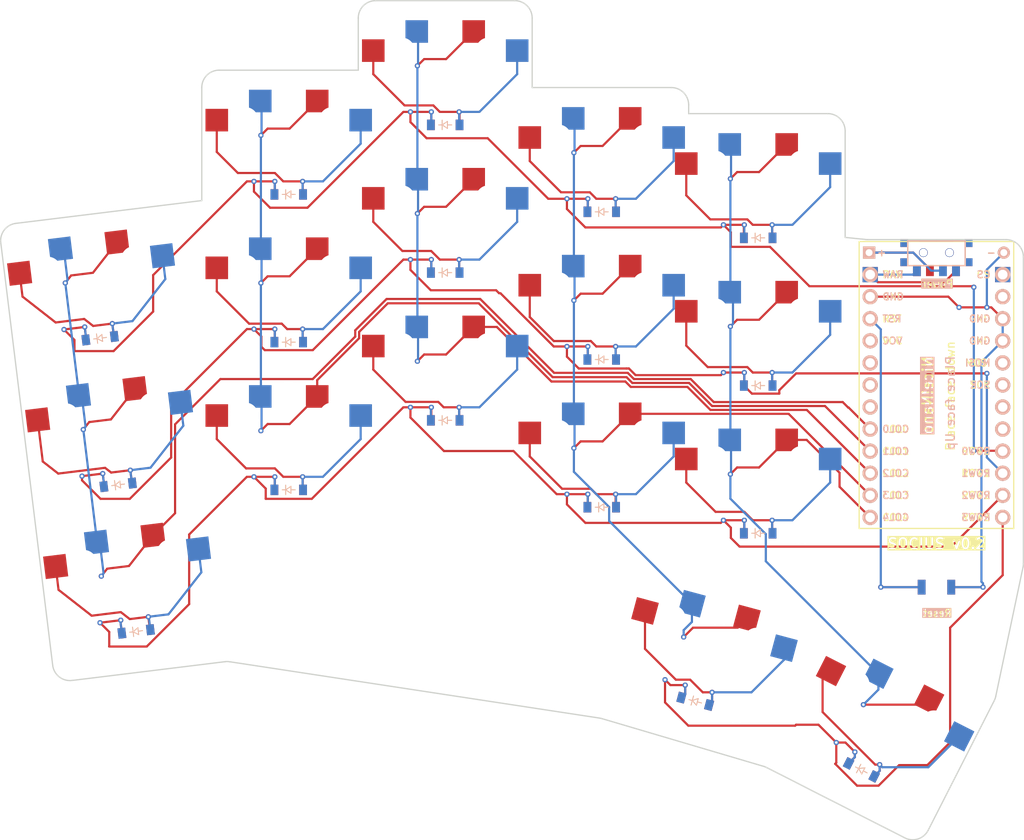
<source format=kicad_pcb>
(kicad_pcb (version 20221018) (generator pcbnew)
  (title_block (title "socius-choc-v1") (rev "v1.0.0") (company "Unknown"))
  (layers (0 "F.Cu" signal) (31 "B.Cu" signal) (34 "B.Paste" user) (35 "F.Paste" user) (36 "B.SilkS" user "B.Silkscreen") (37 "F.SilkS" user "F.Silkscreen") (38 "B.Mask" user) (39 "F.Mask" user) (44 "Edge.Cuts" user))
  (net 0 "")
  (net 1 "COL0")
  (net 2 "pinky_bottom")
  (net 3 "pinky_home")
  (net 4 "pinky_top")
  (net 5 "COL1")
  (net 6 "ring_bottom")
  (net 7 "ring_home")
  (net 8 "ring_top")
  (net 9 "COL2")
  (net 10 "middle_bottom")
  (net 11 "middle_home")
  (net 12 "middle_top")
  (net 13 "COL3")
  (net 14 "index_bottom")
  (net 15 "index_home")
  (net 16 "index_top")
  (net 17 "COL4")
  (net 18 "inner_bottom")
  (net 19 "inner_home")
  (net 20 "inner_top")
  (net 21 "inner_sole")
  (net 22 "outer_sole")
  (net 23 "ROW2")
  (net 24 "ROW1")
  (net 25 "ROW0")
  (net 26 "ROW3")
  (net 27 "RAW")
  (net 28 "GND")
  (net 29 "RST")
  (net 30 "VCC")
  (net 31 "P21")
  (net 32 "P20")
  (net 33 "P19")
  (net 34 "CS")
  (net 35 "P0")
  (net 36 "MOSI")
  (net 37 "SCK")
  (net 38 "P4")
  (net 39 "P5")
  (net 40 "POSITIVE")
  (footprint "E73:SPDT_C128955" (layer "F.Cu") (at 252.644752 121.166967)
    (fp_text reference "T1" hide)
    (fp_text value "" hide)
  )
  (footprint "VIA-0.6mm" (layer "F.Cu") (at 179.744752 146.966967)
    (fp_text reference "REF**" hide)
    (fp_text value "VIA-0.6mm" hide)
  )
  (footprint "ComboDiode" (layer "F.Cu") (at 214.144752 116.466967)
    (fp_text reference "D12" hide)
    (fp_text value "" hide)
  )
  (footprint "PG1350" (layer "F.Cu") (at 196.144752 101.666967)
    (fp_text reference "S9" hide)
    (fp_text value "" hide)
  )
  (footprint "VIA-0.6mm" (layer "F.Cu") (at 197.744752 138.966967)
    (fp_text reference "REF**" hide)
    (fp_text value "VIA-0.6mm" hide)
  )
  (footprint "PG1350" (layer "F.Cu") (at 214.144752 145.666967)
    (fp_text reference "S10" hide)
    (fp_text value "" hide)
  )
  (footprint "PG1350" (layer "F.Cu") (at 232.144752 148.666967)
    (fp_text reference "S13" hide)
    (fp_text value "" hide)
  )
  (footprint "VIA-0.6mm" (layer "F.Cu") (at 210.144752 131.966967)
    (fp_text reference "REF**" hide)
    (fp_text value "VIA-0.6mm" hide)
  )
  (footprint "VIA-0.6mm" (layer "F.Cu") (at 192.944752 99.666967)
    (fp_text reference "REF**" hide)
    (fp_text value "VIA-0.6mm" hide)
  )
  (footprint "PG1350" (layer "F.Cu") (at 246.187462 176.423685 -27)
    (fp_text reference "S17" hide)
    (fp_text value "" hide)
  )
  (footprint "VIA-0.6mm" (layer "F.Cu") (at 230.544752 151.966967)
    (fp_text reference "REF**" hide)
    (fp_text value "VIA-0.6mm" hide)
  )
  (footprint "VIA-0.6mm" (layer "F.Cu") (at 176.544752 146.966967)
    (fp_text reference "REF**" hide)
    (fp_text value "VIA-0.6mm" hide)
  )
  (footprint "VIA-0.6mm" (layer "F.Cu") (at 194.544752 104.966967)
    (fp_text reference "REF**" hide)
    (fp_text value "VIA-0.6mm" hide)
  )
  (footprint "VIA-0.6mm" (layer "F.Cu") (at 174.944752 141.666967)
    (fp_text reference "REF**" hide)
    (fp_text value "VIA-0.6mm" hide)
  )
  (footprint "VIA-0.6mm" (layer "F.Cu") (at 228.144752 117.966967)
    (fp_text reference "REF**" hide)
    (fp_text value "VIA-0.6mm" hide)
  )
  (footprint "VIA-0.6mm" (layer "F.Cu") (at 244.244222 173.188902 -27)
    (fp_text reference "REF**" hide)
    (fp_text value "VIA-0.6mm" hide)
  )
  (footprint "ProMicro" (layer "F.Cu") (at 252.644752 137.666967 -90)
    (fp_text reference "MCU1" hide)
    (fp_text value "" hide)
  )
  (footprint "VIA-0.6mm" (layer "F.Cu") (at 192.144752 121.966967)
    (fp_text reference "REF**" hide)
    (fp_text value "VIA-0.6mm" hide)
  )
  (footprint "PG1350" (layer "F.Cu") (at 160.008669 159.999013 7)
    (fp_text reference "S1" hide)
    (fp_text value "" hide)
  )
  (footprint "ComboDiode" (layer "F.Cu") (at 232.144752 136.466967)
    (fp_text reference "D14" hide)
    (fp_text value "" hide)
  )
  (footprint "VIA-0.6mm" (layer "F.Cu") (at 156.588785 158.403903 7)
    (fp_text reference "REF**" hide)
    (fp_text value "VIA-0.6mm" hide)
  )
  (footprint "VIA-0.6mm" (layer "F.Cu") (at 161.998913 163.079421 7)
    (fp_text reference "REF**" hide)
    (fp_text value "VIA-0.6mm" hide)
  )
  (footprint "VIA-0.6mm" (layer "F.Cu") (at 243.263683 178.637622 -27)
    (fp_text reference "REF**" hide)
    (fp_text value "VIA-0.6mm" hide)
  )
  (footprint "ComboDiode" (layer "F.Cu") (at 158.521863 147.889949 7)
    (fp_text reference "D2" hide)
    (fp_text value "" hide)
  )
  (footprint "VIA-0.6mm" (layer "F.Cu") (at 154.679207 129.722836 7)
    (fp_text reference "REF**" hide)
    (fp_text value "VIA-0.6mm" hide)
  )
  (footprint "VIA-0.6mm" (layer "F.Cu") (at 194.544752 138.966967)
    (fp_text reference "REF**" hide)
    (fp_text value "VIA-0.6mm" hide)
  )
  (footprint "VIA-0.6mm" (layer "F.Cu") (at 192.944752 133.666967)
    (fp_text reference "REF**" hide)
    (fp_text value "VIA-0.6mm" hide)
  )
  (footprint "VIA-0.6mm" (layer "F.Cu") (at 192.144752 138.966967)
    (fp_text reference "REF**" hide)
    (fp_text value "VIA-0.6mm" hide)
  )
  (footprint "VIA-0.6mm" (layer "F.Cu") (at 197.744752 121.966967)
    (fp_text reference "REF**" hide)
    (fp_text value "VIA-0.6mm" hide)
  )
  (footprint "VIA-0.6mm" (layer "F.Cu") (at 152.445227 124.65733 7)
    (fp_text reference "REF**" hide)
    (fp_text value "VIA-0.6mm" hide)
  )
  (footprint "PG1350" (layer "F.Cu") (at 196.144752 135.666967)
    (fp_text reference "S7" hide)
    (fp_text value "" hide)
  )
  (footprint "ComboDiode" (layer "F.Cu") (at 196.144752 106.466967)
    (fp_text reference "D9" hide)
    (fp_text value "" hide)
  )
  (footprint "VIA-0.6mm" (layer "F.Cu") (at 154.517005 141.530617 7)
    (fp_text reference "REF**" hide)
    (fp_text value "VIA-0.6mm" hide)
  )
  (footprint "Button_Switch_SMD:SW_SPST_B3U-1000P" (layer "F.Cu") (at 252.644752 159.666967 180)
    (fp_text reference "")
    (fp_text value "")
  )
  (footprint "VIA-0.6mm" (layer "F.Cu") (at 152.297098 130.015324 7)
    (fp_text reference "REF**" hide)
    (fp_text value "VIA-0.6mm" hide)
  )
  (footprint "VIA-0.6mm" (layer "F.Cu") (at 255.244752 127.466967)
    (fp_text reference "REF**" hide)
    (fp_text value "VIA-0.6mm" hide)
  )
  (footprint "VIA-0.6mm" (layer "F.Cu") (at 223.571428 165.406894 -15)
    (fp_text reference "REF**" hide)
    (fp_text value "VIA-0.6mm" hide)
  )
  (footprint "VIA-0.6mm" (layer "F.Cu") (at 246.114904 180.090391 -27)
    (fp_text reference "REF**" hide)
    (fp_text value "VIA-0.6mm" hide)
  )
  (footprint "PG1350" (layer "F.Cu") (at 226.144752 168.166967 -15)
    (fp_text reference "S16" hide)
    (fp_text value "" hide)
  )
  (footprint "VIA-0.6mm" (layer "F.Cu") (at 210.944752 143.666967)
    (fp_text reference "REF**" hide)
    (fp_text value "VIA-0.6mm" hide)
  )
  (footprint "VIA-0.6mm" (layer "F.Cu") (at 230.544752 117.966967)
    (fp_text reference "REF**" hide)
    (fp_text value "VIA-0.6mm" hide)
  )
  (footprint "PG1350" (layer "F.Cu") (at 155.865113 126.252443 7)
    (fp_text reference "S3" hide)
    (fp_text value "" hide)
  )
  (footprint "PG1350" (layer "F.Cu") (at 232.144752 114.666967)
    (fp_text reference "S15" hide)
    (fp_text value "" hide)
  )
  (footprint "VIA-0.6mm" (layer "F.Cu") (at 226.836131 171.768633 -15)
    (fp_text reference "REF**" hide)
    (fp_text value "VIA-0.6mm" hide)
  )
  (footprint "VIA-0.6mm" (layer "F.Cu") (at 228.144752 134.966967)
    (fp_text reference "REF**" hide)
    (fp_text value "VIA-0.6mm" hide)
  )
  (footprint "VIA-0.6mm" (layer "F.Cu") (at 233.744752 117.966967)
    (fp_text reference "REF**" hide)
    (fp_text value "VIA-0.6mm" hide)
  )
  (footprint "ComboDiode" (layer "F.Cu") (at 178.144752 114.466967)
    (fp_text reference "D6" hide)
    (fp_text value "" hide)
  )
  (footprint "ComboDiode" (layer "F.Cu") (at 214.144752 133.466967)
    (fp_text reference "D11" hide)
    (fp_text value "" hide)
  )
  (footprint "VIA-0.6mm" (layer "F.Cu") (at 228.944752 129.666967)
    (fp_text reference "REF**" hide)
    (fp_text value "VIA-0.6mm" hide)
  )
  (footprint "VIA-0.6mm" (layer "F.Cu") (at 210.944752 109.666967)
    (fp_text reference "REF**" hide)
    (fp_text value "VIA-0.6mm" hide)
  )
  (footprint "ComboDiode" (layer "F.Cu") (at 160.593642 164.763233 7)
    (fp_text reference "D1" hide)
    (fp_text value "" hide)
  )
  (footprint "VIA-0.6mm" (layer "F.Cu") (at 174.944752 124.666967)
    (fp_text reference "REF**" hide)
    (fp_text value "VIA-0.6mm" hide)
  )
  (footprint "VIA-0.6mm" (layer "F.Cu") (at 194.544752 121.966967)
    (fp_text reference "REF**" hide)
    (fp_text value "VIA-0.6mm" hide)
  )
  (footprint "VIA-0.6mm" (layer "F.Cu") (at 233.744752 134.966967)
    (fp_text reference "REF**" hide)
    (fp_text value "VIA-0.6mm" hide)
  )
  (footprint "PG1350" (layer "F.Cu") (at 196.144752 118.666967)
    (fp_text reference "S8" hide)
    (fp_text value "" hide)
  )
  (footprint "VIA-0.6mm" (layer "F.Cu") (at 159.927137 146.206139 7)
    (fp_text reference "REF**" hide)
    (fp_text value "VIA-0.6mm" hide)
  )
  (footprint "VIA-0.6mm" (layer "F.Cu") (at 192.944752 116.666967)
    (fp_text reference "REF**" hide)
    (fp_text value "VIA-0.6mm" hide)
  )
  (footprint "VIA-0.6mm" (layer "F.Cu") (at 230.544752 134.966967)
    (fp_text reference "REF**" hide)
    (fp_text value "VIA-0.6mm" hide)
  )
  (footprint "VIA-0.6mm" (layer "F.Cu") (at 174.144752 112.966967)
    (fp_text reference "REF**" hide)
    (fp_text value "VIA-0.6mm" hide)
  )
  (footprint "VIA-0.6mm" (layer "F.Cu") (at 258.444752 127.466967)
    (fp_text reference "REF**" hide)
    (fp_text value "VIA-0.6mm" hide)
  )
  (footprint "VIA-0.6mm" (layer "F.Cu") (at 179.744752 112.966967)
    (fp_text reference "REF**" hide)
    (fp_text value "VIA-0.6mm" hide)
  )
  (footprint "VIA-0.6mm" (layer "F.Cu") (at 212.544752 131.966967)
    (fp_text reference "REF**" hide)
    (fp_text value "VIA-0.6mm" hide)
  )
  (footprint "PG1350" (layer "F.Cu") (at 178.144752 126.666967)
    (fp_text reference "S5" hide)
    (fp_text value "" hide)
  )
  (footprint "ComboDiode" (layer "F.Cu") (at 232.144752 119.466967)
    (fp_text reference "D15" hide)
    (fp_text value "" hide)
  )
  (footprint "VIA-0.6mm" (layer "F.Cu") (at 174.144752 146.966967)
    (fp_text reference "REF**" hide)
    (fp_text value "VIA-0.6mm" hide)
  )
  (footprint "ComboDiode" (layer "F.Cu") (at 224.902421 172.803411 -15)
    (fp_text reference "D16" hide)
    (fp_text value "" hide)
  )
  (footprint "VIA-0.6mm" (layer "F.Cu") (at 258.444752 135.066967)
    (fp_text reference "REF**" hide)
    (fp_text value "VIA-0.6mm" hide)
  )
  (footprint "VIA-0.6mm" (layer "F.Cu") (at 215.744752 114.966967)
    (fp_text reference "REF**" hide)
    (fp_text value "VIA-0.6mm" hide)
  )
  (footprint "VIA-0.6mm" (layer "F.Cu") (at 215.744752 148.966967)
    (fp_text reference "REF**" hide)
    (fp_text value "VIA-0.6mm" hide)
  )
  (footprint "VIA-0.6mm" (layer "F.Cu") (at 176.544752 112.966967)
    (fp_text reference "REF**" hide)
    (fp_text value "VIA-0.6mm" hide)
  )
  (footprint "PG1350" (layer "F.Cu") (at 178.144752 109.666967)
    (fp_text reference "S6" hide)
    (fp_text value "" hide)
  )
  (footprint "VIA-0.6mm" (layer "F.Cu") (at 192.144752 104.966967)
    (fp_text reference "REF**" hide)
    (fp_text value "VIA-0.6mm" hide)
  )
  (footprint "ComboDiode" (layer "F.Cu") (at 178.144752 131.466967)
    (fp_text reference "D5" hide)
    (fp_text value "" hide)
  )
  (footprint "ComboDiode" (layer "F.Cu") (at 156.450086 131.016664 7)
    (fp_text reference "D3" hide)
    (fp_text value "" hide)
  )
  (footprint "VIA-0.6mm" (layer "F.Cu") (at 210.144752 114.966967)
    (fp_text reference "REF**" hide)
    (fp_text value "VIA-0.6mm" hide)
  )
  (footprint "VIA-0.6mm" (layer "F.Cu") (at 179.744752 129.966967)
    (fp_text reference "REF**" hide)
    (fp_text value "VIA-0.6mm" hide)
  )
  (footprint "VIA-0.6mm" (layer "F.Cu") (at 174.144752 129.966967)
    (fp_text reference "REF**" hide)
    (fp_text value "VIA-0.6mm" hide)
  )
  (footprint "VIA-0.6mm" (layer "F.Cu") (at 174.944752 107.666967)
    (fp_text reference "REF**" hide)
    (fp_text value "VIA-0.6mm" hide)
  )
  (footprint "VIA-0.6mm" (layer "F.Cu") (at 176.544752 129.966967)
    (fp_text reference "REF**" hide)
    (fp_text value "VIA-0.6mm" hide)
  )
  (footprint "VIA-0.6mm" (layer "F.Cu") (at 258 159.666967)
    (fp_text reference "REF**" hide)
    (fp_text value "VIA-0.6mm" hide)
  )
  (footprint "VIA-0.6mm" (layer "F.Cu") (at 212.544752 148.966967)
    (fp_text reference "REF**" hide)
    (fp_text value "VIA-0.6mm" hide)
  )
  (footprint "VIA-0.6mm" (layer "F.Cu") (at 210.944752 126.666967)
    (fp_text reference "REF**" hide)
    (fp_text value "VIA-0.6mm" hide)
  )
  (footprint "VIA-0.6mm" (layer "F.Cu") (at 154.368874 146.888609 7)
    (fp_text reference "REF**" hide)
    (fp_text value "VIA-0.6mm" hide)
  )
  (footprint "ComboDiode" (layer "F.Cu") (at 196.144752 123.466967)
    (fp_text reference "D8" hide)
    (fp_text value "" hide)
  )
  (footprint "PG1350" (layer "F.Cu") (at 178.144752 143.666967)
    (fp_text reference "S4" hide)
    (fp_text value "" hide)
  )
  (footprint "VIA-0.6mm" (layer "F.Cu") (at 256.944752 143.966967)
    (fp_text reference "REF**" hide)
    (fp_text value "VIA-0.6mm" hide)
  )
  (footprint "ComboDiode" (layer "F.Cu") (at 214.144752 150.466967)
    (fp_text reference "D10" hide)
    (fp_text value "" hide)
  )
  (footprint "VIA-0.6mm" (layer "F.Cu") (at 212.544752 114.966967)
    (fp_text reference "REF**" hide)
    (fp_text value "VIA-0.6mm" hide)
  )
  (footprint "ComboDiode" (layer "F.Cu") (at 196.144752 140.466967)
    (fp_text reference "D7" hide)
    (fp_text value "" hide)
  )
  (footprint "VIA-0.6mm" (layer "F.Cu") (at 215.744752 131.966967)
    (fp_text reference "REF**" hide)
    (fp_text value "VIA-0.6mm" hide)
  )
  (footprint "VIA-0.6mm" (layer "F.Cu") (at 233.744752 151.966967)
    (fp_text reference "REF**" hide)
    (fp_text value "VIA-0.6mm" hide)
  )
  (footprint "PG1350" (layer "F.Cu") (at 232.144752 131.666967)
    (fp_text reference "S14" hide)
    (fp_text value "" hide)
  )
  (footprint "VIA-0.6mm" (layer "F.Cu") (at 228.944752 146.666967)
    (fp_text reference "REF**" hide)
    (fp_text value "VIA-0.6mm" hide)
  )
  (footprint "PG1350" (layer "F.Cu") (at 157.93689 143.125726 7)
    (fp_text reference "S2" hide)
    (fp_text value "" hide)
  )
  (footprint "VIA-0.6mm" (layer "F.Cu") (at 197.744752 104.966967)
    (fp_text reference "REF**" hide)
    (fp_text value "VIA-0.6mm" hide)
  )
  (footprint "VIA-0.6mm" (layer "F.Cu") (at 156.750989 146.596122 7)
    (fp_text reference "REF**" hide)
    (fp_text value "VIA-0.6mm" hide)
  )
  (footprint "VIA-0.6mm" (layer "F.Cu") (at 158.822766 163.469406 7)
    (fp_text reference "REF**" hide)
    (fp_text value "VIA-0.6mm" hide)
  )
  (footprint "lib:niceview_headers" (layer "F.Cu") (at 252.644752 121.166967 -90)
    (fp_text reference "")
    (fp_text value "")
  )
  (footprint "VIA-0.6mm" (layer "F.Cu") (at 246.244752 159.666967)
    (fp_text reference "REF**" hide)
    (fp_text value "VIA-0.6mm" hide)
  )
  (footprint "VIA-0.6mm" (layer "F.Cu") (at 221.426946 170.319246 -15)
    (fp_text reference "REF**" hide)
    (fp_text value "VIA-0.6mm" hide)
  )
  (footprint "VIA-0.6mm" (layer "F.Cu") (at 228.944752 112.666967)
    (fp_text reference "REF**" hide)
    (fp_text value "VIA-0.6mm" hide)
  )
  (footprint "ComboDiode" (layer "F.Cu") (at 232.144752 153.466967)
    (fp_text reference "D13" hide)
    (fp_text value "" hide)
  )
  (footprint "VIA-0.6mm" (layer "F.Cu") (at 241.125268 177.548044 -27)
    (fp_text reference "REF**" hide)
    (fp_text value "VIA-0.6mm" hide)
  )
  (footprint "VIA-0.6mm" (layer "F.Cu") (at 256.944752 125.146967)
    (fp_text reference "REF**" hide)
    (fp_text value "VIA-0.6mm" hide)
  )
  (footprint "VIA-0.6mm" (layer "F.Cu") (at 156.440656 163.761892 7)
    (fp_text reference "REF**" hide)
    (fp_text value "VIA-0.6mm" hide)
  )
  (footprint "VIA-0.6mm" (layer "F.Cu") (at 157.855355 129.332855 7)
    (fp_text reference "REF**" hide)
    (fp_text value "VIA-0.6mm" hide)
  )
  (footprint "PG1350" (layer "F.Cu") (at 214.144752 111.666967)
    (fp_text reference "S12" hide)
    (fp_text value "" hide)
  )
  (footprint "ComboDiode" (layer "F.Cu") (at 244.008308 180.700516 -27)
    (fp_text reference "D17" hide)
    (fp_text value "" hide)
  )
  (footprint "VIA-0.6mm" (layer "F.Cu") (at 228.144752 151.966967)
    (fp_text reference "REF**" hide)
    (fp_text value "VIA-0.6mm" hide)
  )
  (footprint "ComboDiode" (layer "F.Cu") (at 178.144752 148.466967)
    (fp_text reference "D4" hide)
    (fp_text value "" hide)
  )
  (footprint "VIA-0.6mm" (layer "F.Cu") (at 223.745168 170.940412 -15)
    (fp_text reference "REF**" hide)
    (fp_text value "VIA-0.6mm" hide)
  )
  (footprint "VIA-0.6mm" (layer "F.Cu") (at 210.144752 148.966967)
    (fp_text reference "REF**" hide)
    (fp_text value "VIA-0.6mm" hide)
  )
  (footprint "PG1350" (layer "F.Cu") (at 214.144752 128.666967)
    (fp_text reference "S11" hide)
    (fp_text value "" hide)
  )
  (gr_arc (start 213.892109 174.734558) (mid 214.025707 174.75959) (end 214.157296 174.793639) (stroke (width 0.15)) (layer "Edge.Cuts"))
  (gr_arc (start 222.144752 102.166967) (mid 223.558966 102.752753) (end 224.144752 104.166967) (stroke (width 0.15)) (layer "Edge.Cuts"))
  (gr_arc (start 145.02563 120.02704) (mid 145.4347 118.551977) (end 146.766984 117.798208) (stroke (width 0.15)) (layer "Edge.Cuts"))
  (gr_line (start 222.144752 102.166967) (end 206.144752 102.166967) (stroke (width 0.15)) (layer "Edge.Cuts"))
  (gr_line (start 244.745136 119.666967) (end 260.644752 119.666967) (stroke (width 0.15)) (layer "Edge.Cuts"))
  (gr_arc (start 240.144752 105.166967) (mid 241.558966 105.752753) (end 242.144752 107.166967) (stroke (width 0.15)) (layer "Edge.Cuts"))
  (gr_line (start 242.144752 119.415375) (end 244.544873 119.656915) (stroke (width 0.15)) (layer "Edge.Cuts"))
  (gr_line (start 240.144752 105.166967) (end 224.144752 105.166967) (stroke (width 0.15)) (layer "Edge.Cuts"))
  (gr_arc (start 204.144752 92.166967) (mid 205.558966 92.752753) (end 206.144752 94.166967) (stroke (width 0.15)) (layer "Edge.Cuts"))
  (gr_line (start 233.128945 180.432137) (end 249.002605 188.520171) (stroke (width 0.15)) (layer "Edge.Cuts"))
  (gr_line (start 146.758314 117.799197) (end 168.144752 115.173273) (stroke (width 0.15)) (layer "Edge.Cuts"))
  (gr_arc (start 260.644752 119.666967) (mid 262.058966 120.252753) (end 262.644752 121.666967) (stroke (width 0.15)) (layer "Edge.Cuts"))
  (gr_arc (start 262.644752 156.958312) (mid 262.633956 157.165841) (end 262.601684 157.371129) (stroke (width 0.15)) (layer "Edge.Cuts"))
  (gr_line (start 251.692599 187.646139) (end 259.290189 172.735027) (stroke (width 0.15)) (layer "Edge.Cuts"))
  (gr_line (start 232.787471 180.29606) (end 214.157296 174.793639) (stroke (width 0.15)) (layer "Edge.Cuts"))
  (gr_line (start 186.144752 94.166967) (end 186.144752 100.166967) (stroke (width 0.15)) (layer "Edge.Cuts"))
  (gr_line (start 168.144752 102.166967) (end 168.144752 115.173273) (stroke (width 0.15)) (layer "Edge.Cuts"))
  (gr_line (start 145.02563 120.02704) (end 150.997231 168.661802) (stroke (width 0.15)) (layer "Edge.Cuts"))
  (gr_line (start 186.144752 100.166967) (end 170.144752 100.166967) (stroke (width 0.15)) (layer "Edge.Cuts"))
  (gr_arc (start 232.787472 180.29606) (mid 232.961341 180.356237) (end 233.128945 180.432137) (stroke (width 0.15)) (layer "Edge.Cuts"))
  (gr_arc (start 251.692599 187.646139) (mid 250.52862 188.640271) (end 249.002605 188.520171) (stroke (width 0.15)) (layer "Edge.Cuts"))
  (gr_line (start 262.601684 157.371129) (end 259.465108 172.239863) (stroke (width 0.15)) (layer "Edge.Cuts"))
  (gr_line (start 242.144752 119.415375) (end 242.144752 107.166967) (stroke (width 0.15)) (layer "Edge.Cuts"))
  (gr_arc (start 244.745135 119.666968) (mid 244.644878 119.664454) (end 244.544873 119.656916) (stroke (width 0.15)) (layer "Edge.Cuts"))
  (gr_arc (start 170.810144 168.244024) (mid 171.082946 168.229327) (end 171.355205 168.251945) (stroke (width 0.15)) (layer "Edge.Cuts"))
  (gr_arc (start 153.226061 170.403156) (mid 151.750998 169.994086) (end 150.997231 168.661802) (stroke (width 0.15)) (layer "Edge.Cuts"))
  (gr_line (start 213.892108 174.734558) (end 171.355205 168.251945) (stroke (width 0.15)) (layer "Edge.Cuts"))
  (gr_line (start 206.144752 102.166967) (end 206.144752 94.166967) (stroke (width 0.15)) (layer "Edge.Cuts"))
  (gr_line (start 204.144752 92.166967) (end 188.144752 92.166967) (stroke (width 0.15)) (layer "Edge.Cuts"))
  (gr_arc (start 259.465108 172.239863) (mid 259.393972 172.493211) (end 259.290189 172.735027) (stroke (width 0.15)) (layer "Edge.Cuts"))
  (gr_arc (start 186.144752 94.166967) (mid 186.730538 92.752753) (end 188.144752 92.166967) (stroke (width 0.15)) (layer "Edge.Cuts"))
  (gr_arc (start 168.144752 102.166967) (mid 168.730538 100.752753) (end 170.144752 100.166967) (stroke (width 0.15)) (layer "Edge.Cuts"))
  (gr_line (start 153.226061 170.403156) (end 170.818816 168.243036) (stroke (width 0.15)) (layer "Edge.Cuts"))
  (gr_line (start 262.644752 121.666967) (end 262.644752 156.958312) (stroke (width 0.15)) (layer "Edge.Cuts"))
  (gr_line (start 224.144752 105.166967) (end 224.144752 104.166967) (stroke (width 0.15)) (layer "Edge.Cuts"))
  (segment (start 162.534135 153.694241) (end 165.071794 151.156582) (width 0.25) (layer "F.Cu") (net 1))
  (segment (start 217.853363 135.716967) (end 224.383051 135.716967) (width 0.25) (layer "F.Cu") (net 1))
  (segment (start 185.794752 130.828668) (end 185.794752 130.105571) (width 0.25) (layer "F.Cu") (net 1))
  (segment (start 158.39058 119.947671) (end 155.626179 123.48594) (width 0.25) (layer "F.Cu") (net 1))
  (segment (start 155.626179 123.48594) (end 153.119999 123.793662) (width 0.25) (layer "F.Cu") (net 1))
  (segment (start 242.547785 139) (end 245.024752 141.476967) (width 0.25) (layer "F.Cu") (net 1))
  (segment (start 155.191781 140.666945) (end 154.517005 141.530617) (width 0.25) (layer "F.Cu") (net 1))
  (segment (start 170.281793 135.718207) (end 180.905213 135.718207) (width 0.25) (layer "F.Cu") (net 1))
  (segment (start 241.866967 138.366967) (end 242.5 139) (width 0.25) (layer "F.Cu") (net 1))
  (segment (start 217.136396 135) (end 217.853363 135.716967) (width 0.25) (layer "F.Cu") (net 1))
  (segment (start 185.794752 130.105571) (end 189.400323 126.5) (width 0.25) (layer "F.Cu") (net 1))
  (segment (start 157.263558 157.540232) (end 156.588785 158.403903) (width 0.25) (layer "F.Cu") (net 1))
  (segment (start 224.383051 135.716967) (end 227.033051 138.366967) (width 0.25) (layer "F.Cu") (net 1))
  (segment (start 200.166084 126.5) (end 208.666084 135) (width 0.25) (layer "F.Cu") (net 1))
  (segment (start 180.905213 135.718207) (end 185.794752 130.828668) (width 0.25) (layer "F.Cu") (net 1))
  (segment (start 162.534135 153.694242) (end 159.769737 157.232511) (width 0.25) (layer "F.Cu") (net 1))
  (segment (start 208.666084 135) (end 217.136396 135) (width 0.25) (layer "F.Cu") (net 1))
  (segment (start 160.462358 136.820956) (end 157.697959 140.359222) (width 0.25) (layer "F.Cu") (net 1))
  (segment (start 189.400323 126.5) (end 200.166084 126.5) (width 0.25) (layer "F.Cu") (net 1))
  (segment (start 165.071794 140.928206) (end 170.281793 135.718207) (width 0.25) (layer "F.Cu") (net 1))
  (segment (start 165.071794 151.156582) (end 165.071794 140.928206) (width 0.25) (layer "F.Cu") (net 1))
  (segment (start 153.119999 123.793662) (end 152.445227 124.65733) (width 0.25) (layer "F.Cu") (net 1))
  (segment (start 159.769737 157.232511) (end 157.263558 157.540232) (width 0.25) (layer "F.Cu") (net 1))
  (segment (start 242.5 139) (end 242.547785 139) (width 0.25) (layer "F.Cu") (net 1))
  (segment (start 157.697959 140.359222) (end 155.191781 140.666945) (width 0.25) (layer "F.Cu") (net 1))
  (segment (start 227.033051 138.366967) (end 241.866967 138.366967) (width 0.25) (layer "F.Cu") (net 1))
  (segment (start 153.96118 137.619199) (end 154.379086 137.945702) (width 0.25) (layer "B.Cu") (net 1))
  (segment (start 154.026482 137.535616) (end 153.96118 137.619199) (width 0.25) (layer "B.Cu") (net 1))
  (segment (start 152.706431 124.323005) (end 152.445227 124.65733) (width 0.25) (layer "B.Cu") (net 1))
  (segment (start 154.778207 141.196292) (end 154.517005 141.530617) (width 0.25) (layer "B.Cu") (net 1))
  (segment (start 154.517005 141.530617) (end 156.09826 154.408903) (width 0.25) (layer "B.Cu") (net 1))
  (segment (start 152.307308 121.072418) (end 152.706431 124.323005) (width 0.25) (layer "B.Cu") (net 1))
  (segment (start 154.379086 137.945702) (end 154.778207 141.196292) (width 0.25) (layer "B.Cu") (net 1))
  (segment (start 156.09826 154.408903) (end 156.032959 154.492486) (width 0.25) (layer "B.Cu") (net 1))
  (segment (start 151.889402 120.745918) (end 152.307308 121.072418) (width 0.25) (layer "B.Cu") (net 1))
  (segment (start 156.849985 158.069578) (end 156.588785 158.403903) (width 0.25) (layer "B.Cu") (net 1))
  (segment (start 152.445227 124.65733) (end 154.026482 137.535616) (width 0.25) (layer "B.Cu") (net 1))
  (segment (start 156.450866 154.818989) (end 156.849985 158.069578) (width 0.25) (layer "B.Cu") (net 1))
  (segment (start 156.032959 154.492486) (end 156.450866 154.818989) (width 0.25) (layer "B.Cu") (net 1))
  (segment (start 155.480377 162.952133) (end 158.835368 162.540193) (width 0.25) (layer "F.Cu") (net 2))
  (segment (start 161.998913 163.079421) (end 162.175623 164.518617) (width 0.25) (layer "F.Cu") (net 2))
  (segment (start 162.175623 164.518617) (end 162.231342 164.562148) (width 0.25) (layer "F.Cu") (net 2))
  (segment (start 159.861464 163.341867) (end 161.998913 163.079421) (width 0.25) (layer "F.Cu") (net 2))
  (segment (start 151.338339 157.285435) (end 151.668444 159.973928) (width 0.25) (layer "F.Cu") (net 2))
  (segment (start 158.835368 162.540193) (end 159.861464 163.341867) (width 0.25) (layer "F.Cu") (net 2))
  (segment (start 151.668444 159.973928) (end 155.480377 162.952133) (width 0.25) (layer "F.Cu") (net 2))
  (segment (start 167.764979 155.268496) (end 168.095084 157.95699) (width 0.25) (layer "B.Cu") (net 2))
  (segment (start 162.231342 164.562148) (end 162.054631 163.122952) (width 0.25) (layer "B.Cu") (net 2))
  (segment (start 162.054631 163.122952) (end 161.998913 163.079421) (width 0.25) (layer "B.Cu") (net 2))
  (segment (start 164.315203 162.795015) (end 161.998913 163.079421) (width 0.25) (layer "B.Cu") (net 2))
  (segment (start 168.095084 157.95699) (end 164.315203 162.795015) (width 0.25) (layer "B.Cu") (net 2))
  (segment (start 157.719273 146.477229) (end 159.927137 146.206139) (width 0.25) (layer "F.Cu") (net 3))
  (segment (start 160.103846 147.645333) (end 160.159565 147.688865) (width 0.25) (layer "F.Cu") (net 3))
  (segment (start 151.634174 146.594691) (end 157.022764 145.933058) (width 0.25) (layer "F.Cu") (net 3))
  (segment (start 149.855008 145.204654) (end 151.634174 146.594691) (width 0.25) (layer "F.Cu") (net 3))
  (segment (start 159.927137 146.206139) (end 160.103846 147.645333) (width 0.25) (layer "F.Cu") (net 3))
  (segment (start 157.022764 145.933058) (end 157.719273 146.477229) (width 0.25) (layer "F.Cu") (net 3))
  (segment (start 149.266561 140.412146) (end 149.855008 145.204654) (width 0.25) (layer "F.Cu") (net 3))
  (segment (start 162.243422 145.921734) (end 159.927137 146.206139) (width 0.25) (layer "B.Cu") (net 3))
  (segment (start 159.927137 146.206139) (end 160.103846 147.645333) (width 0.25) (layer "B.Cu") (net 3))
  (segment (start 165.6932 138.395211) (end 166.023306 141.083703) (width 0.25) (layer "B.Cu") (net 3))
  (segment (start 166.023306 141.083703) (end 162.243422 145.921734) (width 0.25) (layer "B.Cu") (net 3))
  (segment (start 160.103846 147.645333) (end 160.159565 147.688865) (width 0.25) (layer "B.Cu") (net 3))
  (segment (start 154.621396 128.80227) (end 155.647491 129.603946) (width 0.25) (layer "F.Cu") (net 4))
  (segment (start 147.52489 126.227357) (end 151.336821 129.205564) (width 0.25) (layer "F.Cu") (net 4))
  (segment (start 151.336821 129.205564) (end 154.621396 128.80227) (width 0.25) (layer "F.Cu") (net 4))
  (segment (start 155.647491 129.603946) (end 157.855355 129.332855) (width 0.25) (layer "F.Cu") (net 4))
  (segment (start 147.194785 123.538864) (end 147.52489 126.227357) (width 0.25) (layer "F.Cu") (net 4))
  (segment (start 157.855355 129.332855) (end 158.032066 130.772047) (width 0.25) (layer "F.Cu") (net 4))
  (segment (start 158.032066 130.772047) (end 158.087787 130.81558) (width 0.25) (layer "F.Cu") (net 4))
  (segment (start 158.032066 130.772047) (end 158.087787 130.81558) (width 0.25) (layer "B.Cu") (net 4))
  (segment (start 163.951529 124.210421) (end 160.171645 129.04845) (width 0.25) (layer "B.Cu") (net 4))
  (segment (start 160.171645 129.04845) (end 157.855355 129.332855) (width 0.25) (layer "B.Cu") (net 4))
  (segment (start 163.621424 121.521928) (end 163.951529 124.210421) (width 0.25) (layer "B.Cu") (net 4))
  (segment (start 157.855355 129.332855) (end 158.032066 130.772047) (width 0.25) (layer "B.Cu") (net 4))
  (segment (start 226.471655 138.452226) (end 226.836396 138.816967) (width 0.25) (layer "F.Cu") (net 5))
  (segment (start 178.244752 123.891967) (end 175.719752 123.891967) (width 0.25) (layer "F.Cu") (net 5))
  (segment (start 175.719752 106.891967) (end 174.944752 107.666967) (width 0.25) (layer "F.Cu") (net 5))
  (segment (start 178.244752 106.891967) (end 175.719752 106.891967) (width 0.25) (layer "F.Cu") (net 5))
  (segment (start 186.244752 131.015064) (end 186.244752 130.291967) (width 0.25) (layer "F.Cu") (net 5))
  (segment (start 175.719752 140.891967) (end 174.944752 141.666967) (width 0.25) (layer "F.Cu") (net 5))
  (segment (start 217.666967 136.166967) (end 224.196655 136.166967) (width 0.25) (layer "F.Cu") (net 5))
  (segment (start 217 135.5) (end 217.666967 136.166967) (width 0.25) (layer "F.Cu") (net 5))
  (segment (start 178.244752 140.891967) (end 175.719752 140.891967) (width 0.25) (layer "F.Cu") (net 5))
  (segment (start 208.5 135.5) (end 217 135.5) (width 0.25) (layer "F.Cu") (net 5))
  (segment (start 226.836396 138.816967) (end 239.824752 138.816967) (width 0.25) (layer "F.Cu") (net 5))
  (segment (start 181.419752 135.840064) (end 186.244752 131.015064) (width 0.25) (layer "F.Cu") (net 5))
  (segment (start 181.419752 137.716967) (end 178.244752 140.891967) (width 0.25) (layer "F.Cu") (net 5))
  (segment (start 226.471655 138.441967) (end 226.471655 138.452226) (width 0.25) (layer "F.Cu") (net 5))
  (segment (start 200 127) (end 208.5 135.5) (width 0.25) (layer "F.Cu") (net 5))
  (segment (start 189.536719 127) (end 200 127) (width 0.25) (layer "F.Cu") (net 5))
  (segment (start 175.719752 123.891967) (end 174.944752 124.666967) (width 0.25) (layer "F.Cu") (net 5))
  (segment (start 181.419752 103.716967) (end 178.244752 106.891967) (width 0.25) (layer "F.Cu") (net 5))
  (segment (start 186.244752 130.291967) (end 189.536719 127) (width 0.25) (layer "F.Cu") (net 5))
  (segment (start 224.196655 136.166967) (end 226.471655 138.441967) (width 0.25) (layer "F.Cu") (net 5))
  (segment (start 181.419752 120.716967) (end 178.244752 123.891967) (width 0.25) (layer "F.Cu") (net 5))
  (segment (start 181.419752 137.716967) (end 181.419752 135.840064) (width 0.25) (layer "F.Cu") (net 5))
  (segment (start 239.824752 138.816967) (end 245.024752 144.016967) (width 0.25) (layer "F.Cu") (net 5))
  (segment (start 174.944752 137.641967) (end 174.869752 137.716967) (width 0.25) (layer "B.Cu") (net 5))
  (segment (start 174.944752 107.666967) (end 174.944752 120.641967) (width 0.25) (layer "B.Cu") (net 5))
  (segment (start 174.944752 120.641967) (end 174.869752 120.716967) (width 0.25) (layer "B.Cu") (net 5))
  (segment (start 175.019752 107.591967) (end 174.944752 107.666967) (width 0.25) (layer "B.Cu") (net 5))
  (segment (start 175.019752 137.866967) (end 175.019752 141.591967) (width 0.25) (layer "B.Cu") (net 5))
  (segment (start 175.019752 141.591967) (end 174.944752 141.666967) (width 0.25) (layer "B.Cu") (net 5))
  (segment (start 174.869752 103.716967) (end 175.019752 103.866967) (width 0.25) (layer "B.Cu") (net 5))
  (segment (start 174.869752 137.716967) (end 175.019752 137.866967) (width 0.25) (layer "B.Cu") (net 5))
  (segment (start 174.869752 120.716967) (end 175.019752 120.866967) (width 0.25) (layer "B.Cu") (net 5))
  (segment (start 174.944752 124.666967) (end 174.944752 137.641967) (width 0.25) (layer "B.Cu") (net 5))
  (segment (start 175.019752 103.866967) (end 175.019752 107.591967) (width 0.25) (layer "B.Cu") (net 5))
  (segment (start 175.019752 120.866967) (end 175.019752 124.591967) (width 0.25) (layer "B.Cu") (net 5))
  (segment (start 175.019752 124.591967) (end 174.944752 124.666967) (width 0.25) (layer "B.Cu") (net 5))
  (segment (start 169.869752 142.625651) (end 173.244101 146) (width 0.25) (layer "F.Cu") (net 6))
  (segment (start 179.744752 148.416967) (end 179.794752 148.466967) (width 0.25) (layer "F.Cu") (net 6))
  (segment (start 169.869752 139.916967) (end 169.869752 142.625651) (width 0.25) (layer "F.Cu") (net 6))
  (segment (start 176.553342 146) (end 177.520309 146.966967) (width 0.25) (layer "F.Cu") (net 6))
  (segment (start 173.244101 146) (end 176.553342 146) (width 0.25) (layer "F.Cu") (net 6))
  (segment (start 179.744752 146.966967) (end 179.744752 148.416967) (width 0.25) (layer "F.Cu") (net 6))
  (segment (start 177.520309 146.966967) (end 179.744752 146.966967) (width 0.25) (layer "F.Cu") (net 6))
  (segment (start 182.078436 146.966967) (end 179.744752 146.966967) (width 0.25) (layer "B.Cu") (net 6))
  (segment (start 186.419752 142.625651) (end 182.078436 146.966967) (width 0.25) (layer "B.Cu") (net 6))
  (segment (start 179.744752 146.966967) (end 179.744752 148.416967) (width 0.25) (layer "B.Cu") (net 6))
  (segment (start 186.419752 139.916967) (end 186.419752 142.625651) (width 0.25) (layer "B.Cu") (net 6))
  (segment (start 179.744752 148.416967) (end 179.794752 148.466967) (width 0.25) (layer "B.Cu") (net 6))
  (segment (start 179.744752 129.966967) (end 179.744752 131.416967) (width 0.25) (layer "F.Cu") (net 7))
  (segment (start 177.341967 129.341967) (end 177.966967 129.966967) (width 0.25) (layer "F.Cu") (net 7))
  (segment (start 177.966967 129.966967) (end 179.744752 129.966967) (width 0.25) (layer "F.Cu") (net 7))
  (segment (start 179.744752 131.416967) (end 179.794752 131.466967) (width 0.25) (layer "F.Cu") (net 7))
  (segment (start 169.869752 122.916967) (end 169.869752 125.625651) (width 0.25) (layer "F.Cu") (net 7))
  (segment (start 173.586068 129.341967) (end 177.341967 129.341967) (width 0.25) (layer "F.Cu") (net 7))
  (segment (start 169.869752 125.625651) (end 173.586068 129.341967) (width 0.25) (layer "F.Cu") (net 7))
  (segment (start 182.078436 129.966967) (end 179.744752 129.966967) (width 0.25) (layer "B.Cu") (net 7))
  (segment (start 186.419752 125.625651) (end 182.078436 129.966967) (width 0.25) (layer "B.Cu") (net 7))
  (segment (start 179.744752 131.416967) (end 179.794752 131.466967) (width 0.25) (layer "B.Cu") (net 7))
  (segment (start 186.419752 122.916967) (end 186.419752 125.625651) (width 0.25) (layer "B.Cu") (net 7))
  (segment (start 179.744752 129.966967) (end 179.744752 131.416967) (width 0.25) (layer "B.Cu") (net 7))
  (segment (start 172.293901 112) (end 176.553342 112) (width 0.25) (layer "F.Cu") (net 8))
  (segment (start 169.869752 105.916967) (end 169.869752 109.575851) (width 0.25) (layer "F.Cu") (net 8))
  (segment (start 179.744752 114.416967) (end 179.794752 114.466967) (width 0.25) (layer "F.Cu") (net 8))
  (segment (start 176.553342 112) (end 177.520309 112.966967) (width 0.25) (layer "F.Cu") (net 8))
  (segment (start 177.520309 112.966967) (end 179.744752 112.966967) (width 0.25) (layer "F.Cu") (net 8))
  (segment (start 179.744752 112.966967) (end 179.744752 114.416967) (width 0.25) (layer "F.Cu") (net 8))
  (segment (start 169.869752 109.575851) (end 172.293901 112) (width 0.25) (layer "F.Cu") (net 8))
  (segment (start 186.419752 108.625651) (end 182.078436 112.966967) (width 0.25) (layer "B.Cu") (net 8))
  (segment (start 186.419752 105.916967) (end 186.419752 108.625651) (width 0.25) (layer "B.Cu") (net 8))
  (segment (start 182.078436 112.966967) (end 179.744752 112.966967) (width 0.25) (layer "B.Cu") (net 8))
  (segment (start 179.744752 114.416967) (end 179.794752 114.466967) (width 0.25) (layer "B.Cu") (net 8))
  (segment (start 179.744752 112.966967) (end 179.744752 114.416967) (width 0.25) (layer "B.Cu") (net 8))
  (segment (start 237.734752 139.266967) (end 245.024752 146.556967) (width 0.25) (layer "F.Cu") (net 9))
  (segment (start 199.269752 129.866967) (end 199.419752 129.716967) (width 0.25) (layer "F.Cu") (net 9))
  (segment (start 193.719752 115.891967) (end 192.944752 116.666967) (width 0.25) (layer "F.Cu") (net 9))
  (segment (start 193.719752 132.891967) (end 192.944752 133.666967) (width 0.25) (layer "F.Cu") (net 9))
  (segment (start 198.068359 131.06836) (end 199.419752 129.716967) (width 0.25) (layer "F.Cu") (net 9))
  (segment (start 202.080571 129.716967) (end 208.363604 136) (width 0.25) (layer "F.Cu") (net 9))
  (segment (start 193.719752 98.891967) (end 192.944752 99.666967) (width 0.25) (layer "F.Cu") (net 9))
  (segment (start 196.244752 132.891967) (end 193.719752 132.891967) (width 0.25) (layer "F.Cu") (net 9))
  (segment (start 199.419752 95.716967) (end 196.244752 98.891967) (width 0.25) (layer "F.Cu") (net 9))
  (segment (start 199.419752 112.716967) (end 196.244752 115.891967) (width 0.25) (layer "F.Cu") (net 9))
  (segment (start 199.419752 129.716967) (end 202.080571 129.716967) (width 0.25) (layer "F.Cu") (net 9))
  (segment (start 217.480571 136.616967) (end 224 136.616967) (width 0.25) (layer "F.Cu") (net 9))
  (segment (start 216.863604 136) (end 217.480571 136.616967) (width 0.25) (layer "F.Cu") (net 9))
  (segment (start 208.363604 136) (end 216.863604 136) (width 0.25) (layer "F.Cu") (net 9))
  (segment (start 226.65 139.266967) (end 237.734752 139.266967) (width 0.25) (layer "F.Cu") (net 9))
  (segment (start 196.244752 98.891967) (end 193.719752 98.891967) (width 0.25) (layer "F.Cu") (net 9))
  (segment (start 196.244752 115.891967) (end 193.719752 115.891967) (width 0.25) (layer "F.Cu") (net 9))
  (segment (start 224 136.616967) (end 226.65 139.266967) (width 0.25) (layer "F.Cu") (net 9))
  (segment (start 199.419752 129.716967) (end 196.244752 132.891967) (width 0.25) (layer "F.Cu") (net 9))
  (segment (start 192.944752 99.666967) (end 192.944752 112.641967) (width 0.25) (layer "B.Cu") (net 9))
  (segment (start 192.944752 116.666967) (end 192.944752 129.641967) (width 0.25) (layer "B.Cu") (net 9))
  (segment (start 193.019752 112.866967) (end 193.019752 116.591967) (width 0.25) (layer "B.Cu") (net 9))
  (segment (start 193.019752 95.866967) (end 193.019752 99.591967) (width 0.25) (layer "B.Cu") (net 9))
  (segment (start 193.019752 129.866967) (end 193.019752 133.591967) (width 0.25) (layer "B.Cu") (net 9))
  (segment (start 192.944752 129.641967) (end 192.869752 129.716967) (width 0.25) (layer "B.Cu") (net 9))
  (segment (start 192.944752 112.641967) (end 192.869752 112.716967) (width 0.25) (layer "B.Cu") (net 9))
  (segment (start 192.869752 112.716967) (end 193.019752 112.866967) (width 0.25) (layer "B.Cu") (net 9))
  (segment (start 192.869752 95.716967) (end 193.019752 95.866967) (width 0.25) (layer "B.Cu") (net 9))
  (segment (start 192.869752 129.716967) (end 193.019752 129.866967) (width 0.25) (layer "B.Cu") (net 9))
  (segment (start 193.019752 116.591967) (end 192.944752 116.666967) (width 0.25) (layer "B.Cu") (net 9))
  (segment (start 193.019752 99.591967) (end 192.944752 99.666967) (width 0.25) (layer "B.Cu") (net 9))
  (segment (start 193.019752 133.591967) (end 192.944752 133.666967) (width 0.25) (layer "B.Cu") (net 9))
  (segment (start 195.966967 138.966967) (end 197.744752 138.966967) (width 0.25) (layer "F.Cu") (net 10))
  (segment (start 195.341967 138.341967) (end 195.966967 138.966967) (width 0.25) (layer "F.Cu") (net 10))
  (segment (start 187.869752 131.916967) (end 187.869752 134.625651) (width 0.25) (layer "F.Cu") (net 10))
  (segment (start 197.744752 138.966967) (end 197.744752 140.416967) (width 0.25) (layer "F.Cu") (net 10))
  (segment (start 187.869752 134.625651) (end 191.586068 138.341967) (width 0.25) (layer "F.Cu") (net 10))
  (segment (start 191.586068 138.341967) (end 195.341967 138.341967) (width 0.25) (layer "F.Cu") (net 10))
  (segment (start 197.744752 140.416967) (end 197.794752 140.466967) (width 0.25) (layer "F.Cu") (net 10))
  (segment (start 204.419752 131.916967) (end 204.419752 134.625651) (width 0.25) (layer "B.Cu") (net 10))
  (segment (start 200.078436 138.966967) (end 197.744752 138.966967) (width 0.25) (layer "B.Cu") (net 10))
  (segment (start 197.744752 140.416967) (end 197.794752 140.466967) (width 0.25) (layer "B.Cu") (net 10))
  (segment (start 204.419752 134.625651) (end 200.078436 138.966967) (width 0.25) (layer "B.Cu") (net 10))
  (segment (start 197.744752 138.966967) (end 197.744752 140.416967) (width 0.25) (layer "B.Cu") (net 10))
  (segment (start 187.869752 117.625651) (end 191.21743 120.973329) (width 0.25) (layer "F.Cu") (net 11))
  (segment (start 194.526671 120.973329) (end 195.520309 121.966967) (width 0.25) (layer "F.Cu") (net 11))
  (segment (start 195.520309 121.966967) (end 197.744752 121.966967) (width 0.25) (layer "F.Cu") (net 11))
  (segment (start 191.21743 120.973329) (end 194.526671 120.973329) (width 0.25) (layer "F.Cu") (net 11))
  (segment (start 197.744752 123.416967) (end 197.794752 123.466967) (width 0.25) (layer "F.Cu") (net 11))
  (segment (start 197.744752 121.966967) (end 197.744752 123.416967) (width 0.25) (layer "F.Cu") (net 11))
  (segment (start 187.869752 114.916967) (end 187.869752 117.625651) (width 0.25) (layer "F.Cu") (net 11))
  (segment (start 197.744752 121.966967) (end 197.744752 123.416967) (width 0.25) (layer "B.Cu") (net 11))
  (segment (start 197.744752 123.416967) (end 197.794752 123.466967) (width 0.25) (layer "B.Cu") (net 11))
  (segment (start 204.419752 114.916967) (end 204.419752 117.625651) (width 0.25) (layer "B.Cu") (net 11))
  (segment (start 204.419752 117.625651) (end 200.078436 121.966967) (width 0.25) (layer "B.Cu") (net 11))
  (segment (start 200.078436 121.966967) (end 197.744752 121.966967) (width 0.25) (layer "B.Cu") (net 11))
  (segment (start 197.794752 105.016967) (end 197.744752 104.966967) (width 0.25) (layer "F.Cu") (net 12))
  (segment (start 187.869752 97.916967) (end 187.869752 100.625651) (width 0.25) (layer "F.Cu") (net 12))
  (segment (start 194.776671 104.223329) (end 195.520309 104.966967) (width 0.25) (layer "F.Cu") (net 12))
  (segment (start 187.869752 100.625651) (end 191.46743 104.223329) (width 0.25) (layer "F.Cu") (net 12))
  (segment (start 195.520309 104.966967) (end 197.744752 104.966967) (width 0.25) (layer "F.Cu") (net 12))
  (segment (start 197.794752 106.466967) (end 197.794752 105.016967) (width 0.25) (layer "F.Cu") (net 12))
  (segment (start 191.46743 104.223329) (end 194.776671 104.223329) (width 0.25) (layer "F.Cu") (net 12))
  (segment (start 197.744752 106.416967) (end 197.794752 106.466967) (width 0.25) (layer "B.Cu") (net 12))
  (segment (start 204.419752 97.916967) (end 204.419752 100.625651) (width 0.25) (layer "B.Cu") (net 12))
  (segment (start 197.744752 104.966967) (end 197.744752 106.416967) (width 0.25) (layer "B.Cu") (net 12))
  (segment (start 200.078436 104.966967) (end 197.744752 104.966967) (width 0.25) (layer "B.Cu") (net 12))
  (segment (start 204.419752 100.625651) (end 200.078436 104.966967) (width 0.25) (layer "B.Cu") (net 12))
  (segment (start 217.419752 105.716967) (end 214.244752 108.891967) (width 0.25) (layer "F.Cu") (net 13))
  (segment (start 211.719752 142.891967) (end 210.944752 143.666967) (width 0.25) (layer "F.Cu") (net 13))
  (segment (start 235.644752 139.716967) (end 245.024752 149.096967) (width 0.25) (layer "F.Cu") (net 13))
  (segment (start 214.244752 142.891967) (end 211.719752 142.891967) (width 0.25) (layer "F.Cu") (net 13))
  (segment (start 217.419752 122.716967) (end 214.244752 125.891967) (width 0.25) (layer "F.Cu") (net 13))
  (segment (start 211.719752 125.891967) (end 210.944752 126.666967) (width 0.25) (layer "F.Cu") (net 13))
  (segment (start 235.644752 139.716967) (end 217.419752 139.716967) (width 0.25) (layer "F.Cu") (net 13))
  (segment (start 229.786686 164.328787) (end 224.649535 164.328787) (width 0.25) (layer "F.Cu") (net 13))
  (segment (start 230.848132 163.267341) (end 229.786686 164.328787) (width 0.25) (layer "F.Cu") (net 13))
  (segment (start 211.719752 108.891967) (end 210.944752 109.666967) (width 0.25) (layer "F.Cu") (net 13))
  (segment (start 214.244752 108.891967) (end 211.719752 108.891967) (width 0.25) (layer "F.Cu") (net 13))
  (segment (start 217.419752 139.716967) (end 214.244752 142.891967) (width 0.25) (layer "F.Cu") (net 13))
  (segment (start 224.649535 164.328787) (end 223.571428 165.406894) (width 0.25) (layer "F.Cu") (net 13))
  (segment (start 214.244752 125.891967) (end 211.719752 125.891967) (width 0.25) (layer "F.Cu") (net 13))
  (segment (start 224.521318 163.666676) (end 223.571428 164.616566) (width 0.25) (layer "B.Cu") (net 13))
  (segment (start 211.019752 139.866967) (end 211.019752 143.591967) (width 0.25) (layer "B.Cu") (net 13))
  (segment (start 211.019752 109.591967) (end 210.944752 109.666967) (width 0.25) (layer "B.Cu") (net 13))
  (segment (start 210.944752 109.666967) (end 210.944752 122.641967) (width 0.25) (layer "B.Cu") (net 13))
  (segment (start 215 150.446658) (end 215 152.050758) (width 0.25) (layer "B.Cu") (net 13))
  (segment (start 210.869752 139.716967) (end 211.019752 139.866967) (width 0.25) (layer "B.Cu") (net 13))
  (segment (start 211.019752 122.866967) (end 211.019752 126.591967) (width 0.25) (layer "B.Cu") (net 13))
  (segment (start 210.944752 122.641967) (end 210.869752 122.716967) (width 0.25) (layer "B.Cu") (net 13))
  (segment (start 211.019752 105.866967) (end 211.019752 109.591967) (width 0.25) (layer "B.Cu") (net 13))
  (segment (start 210.944752 126.666967) (end 210.944752 139.641967) (width 0.25) (layer "B.Cu") (net 13))
  (segment (start 223.571428 164.616566) (end 223.571428 165.406894) (width 0.25) (layer "B.Cu") (net 13))
  (segment (start 210.944752 139.641967) (end 210.869752 139.716967) (width 0.25) (layer "B.Cu") (net 13))
  (segment (start 210.944752 146.39141) (end 215 150.446658) (width 0.25) (layer "B.Cu") (net 13))
  (segment (start 215 152.050758) (end 224.521318 161.572076) (width 0.25) (layer "B.Cu") (net 13))
  (segment (start 210.944752 143.666967) (end 210.944752 146.39141) (width 0.25) (layer "B.Cu") (net 13))
  (segment (start 224.521318 161.572076) (end 224.521318 163.666676) (width 0.25) (layer "B.Cu") (net 13))
  (segment (start 210.869752 122.716967) (end 211.019752 122.866967) (width 0.25) (layer "B.Cu") (net 13))
  (segment (start 211.019752 143.591967) (end 210.944752 143.666967) (width 0.25) (layer "B.Cu") (net 13))
  (segment (start 211.019752 126.591967) (end 210.944752 126.666967) (width 0.25) (layer "B.Cu") (net 13))
  (segment (start 210.869752 105.716967) (end 211.019752 105.866967) (width 0.25) (layer "B.Cu") (net 13))
  (segment (start 215.744752 150.416967) (end 215.794752 150.466967) (width 0.25) (layer "F.Cu") (net 14))
  (segment (start 205.869752 144.625651) (end 209.586068 148.341967) (width 0.25) (layer "F.Cu") (net 14))
  (segment (start 215.744752 148.966967) (end 215.744752 150.416967) (width 0.25) (layer "F.Cu") (net 14))
  (segment (start 212.895309 148.341967) (end 213.520309 148.966967) (width 0.25) (layer "F.Cu") (net 14))
  (segment (start 213.520309 148.966967) (end 215.744752 148.966967) (width 0.25) (layer "F.Cu") (net 14))
  (segment (start 205.869752 141.916967) (end 205.869752 144.625651) (width 0.25) (layer "F.Cu") (net 14))
  (segment (start 209.586068 148.341967) (end 212.895309 148.341967) (width 0.25) (layer "F.Cu") (net 14))
  (segment (start 222.419752 144.625651) (end 218.078436 148.966967) (width 0.25) (layer "B.Cu") (net 14))
  (segment (start 215.794752 150.466967) (end 215.794752 149.016967) (width 0.25) (layer "B.Cu") (net 14))
  (segment (start 215.794752 149.016967) (end 215.744752 148.966967) (width 0.25) (layer "B.Cu") (net 14))
  (segment (start 218.078436 148.966967) (end 215.744752 148.966967) (width 0.25) (layer "B.Cu") (net 14))
  (segment (start 222.419752 141.916967) (end 222.419752 144.625651) (width 0.25) (layer "B.Cu") (net 14))
  (segment (start 215.744752 131.966967) (end 215.744752 133.416967) (width 0.25) (layer "F.Cu") (net 15))
  (segment (start 208.635868 131.341967) (end 212.895309 131.341967) (width 0.25) (layer "F.Cu") (net 15))
  (segment (start 213.520309 131.966967) (end 215.744752 131.966967) (width 0.25) (layer "F.Cu") (net 15))
  (segment (start 205.869752 128.575851) (end 208.635868 131.341967) (width 0.25) (layer "F.Cu") (net 15))
  (segment (start 215.744752 133.416967) (end 215.794752 133.466967) (width 0.25) (layer "F.Cu") (net 15))
  (segment (start 212.895309 131.341967) (end 213.520309 131.966967) (width 0.25) (layer "F.Cu") (net 15))
  (segment (start 205.869752 124.916967) (end 205.869752 128.575851) (width 0.25) (layer "F.Cu") (net 15))
  (segment (start 215.744752 133.416967) (end 215.794752 133.466967) (width 0.25) (layer "B.Cu") (net 15))
  (segment (start 215.744752 131.966967) (end 215.744752 133.416967) (width 0.25) (layer "B.Cu") (net 15))
  (segment (start 215.744752 131.966967) (end 218.078436 131.966967) (width 0.25) (layer "B.Cu") (net 15))
  (segment (start 218.078436 131.966967) (end 222.419752 127.625651) (width 0.25) (layer "B.Cu") (net 15))
  (segment (start 222.419752 127.625651) (end 222.419752 124.916967) (width 0.25) (layer "B.Cu") (net 15))
  (segment (start 212.776671 114.223329) (end 213.520309 114.966967) (width 0.25) (layer "F.Cu") (net 16))
  (segment (start 205.869752 110.625651) (end 209.46743 114.223329) (width 0.25) (layer "F.Cu") (net 16))
  (segment (start 213.520309 114.966967) (end 215.744752 114.966967) (width 0.25) (layer "F.Cu") (net 16))
  (segment (start 215.744752 114.966967) (end 215.744752 116.416967) (width 0.25) (layer "F.Cu") (net 16))
  (segment (start 209.46743 114.223329) (end 212.776671 114.223329) (width 0.25) (layer "F.Cu") (net 16))
  (segment (start 215.744752 116.416967) (end 215.794752 116.466967) (width 0.25) (layer "F.Cu") (net 16))
  (segment (start 205.869752 107.916967) (end 205.869752 110.625651) (width 0.25) (layer "F.Cu") (net 16))
  (segment (start 222.419752 107.916967) (end 222.419752 110.625651) (width 0.25) (layer "B.Cu") (net 16))
  (segment (start 218.078436 114.966967) (end 215.744752 114.966967) (width 0.25) (layer "B.Cu") (net 16))
  (segment (start 215.744752 116.416967) (end 215.794752 116.466967) (width 0.25) (layer "B.Cu") (net 16))
  (segment (start 215.744752 114.966967) (end 215.744752 116.416967) (width 0.25) (layer "B.Cu") (net 16))
  (segment (start 222.419752 110.625651) (end 218.078436 114.966967) (width 0.25) (layer "B.Cu") (net 16))
  (segment (start 232.244752 128.891967) (end 229.719752 128.891967) (width 0.25) (layer "F.Cu") (net 17))
  (segment (start 235.419752 142.716967) (end 237.716967 142.716967) (width 0.25) (layer "F.Cu") (net 17))
  (segment (start 229.719752 111.891967) (end 228.944752 112.666967) (width 0.25) (layer "F.Cu") (net 17))
  (segment (start 229.719752 128.891967) (end 228.944752 129.666967) (width 0.25) (layer "F.Cu") (net 17))
  (segment (start 245.024752 151.636967) (end 241.5 148.112215) (width 0.25) (layer "F.Cu") (net 17))
  (segment (start 237.716967 142.716967) (end 241.5 146.5) (width 0.25) (layer "F.Cu") (net 17))
  (segment (start 241.5 148.112215) (end 241.5 148) (width 0.25) (layer "F.Cu") (net 17))
  (segment (start 241.5 146.5) (end 241.5 148) (width 0.25) (layer "F.Cu") (net 17))
  (segment (start 235.419752 142.716967) (end 232.244752 145.891967) (width 0.25) (layer "F.Cu") (net 17))
  (segment (start 235.419752 108.716967) (end 232.244752 111.891967) (width 0.25) (layer "F.Cu") (net 17))
  (segment (start 232.244752 145.891967) (end 229.719752 145.891967) (width 0.25) (layer "F.Cu") (net 17))
  (segment (start 229.719752 145.891967) (end 228.944752 146.666967) (width 0.25) (layer "F.Cu") (net 17))
  (segment (start 235.419752 125.716967) (end 232.244752 128.891967) (width 0.25) (layer "F.Cu") (net 17))
  (segment (start 251.806752 172.609015) (end 251.226865 173.188902) (width 0.25) (layer "F.Cu") (net 17))
  (segment (start 232.244752 111.891967) (end 229.719752 111.891967) (width 0.25) (layer "F.Cu") (net 17))
  (segment (start 251.226865 173.188902) (end 244.244222 173.188902) (width 0.25) (layer "F.Cu") (net 17))
  (segment (start 229.244752 126.091967) (end 229.244752 129.366967) (width 0.25) (layer "B.Cu") (net 17))
  (segment (start 229.019752 142.866967) (end 229.019752 146.591967) (width 0.25) (layer "B.Cu") (net 17))
  (segment (start 229.019752 108.866967) (end 229.019752 112.591967) (width 0.25) (layer "B.Cu") (net 17))
  (segment (start 228.944752 142.641967) (end 228.869752 142.716967) (width 0.25) (layer "B.Cu") (net 17))
  (segment (start 228.869752 108.716967) (end 229.019752 108.866967) (width 0.25) (layer "B.Cu") (net 17))
  (segment (start 228.944752 112.666967) (end 228.944752 125.641967) (width 0.25) (layer "B.Cu") (net 17))
  (segment (start 228.944752 125.641967) (end 228.869752 125.716967) (width 0.25) (layer "B.Cu") (net 17))
  (segment (start 229.019752 146.591967) (end 228.944752 146.666967) (width 0.25) (layer "B.Cu") (net 17))
  (segment (start 228.869752 125.716967) (end 229.244752 126.091967) (width 0.25) (layer "B.Cu") (net 17))
  (segment (start 229.244752 129.366967) (end 228.944752 129.666967) (width 0.25) (layer "B.Cu") (net 17))
  (segment (start 245.970659 171.462465) (end 244.244222 173.188902) (width 0.25) (layer "B.Cu") (net 17))
  (segment (start 228.944752 146.666967) (end 228.944752 149.483083) (width 0.25) (layer "B.Cu") (net 17))
  (segment (start 228.869752 142.716967) (end 229.019752 142.866967) (width 0.25) (layer "B.Cu") (net 17))
  (segment (start 228.944752 129.666967) (end 228.944752 142.641967) (width 0.25) (layer "B.Cu") (net 17))
  (segment (start 245.970659 169.635377) (end 245.970659 171.462465) (width 0.25) (layer "B.Cu") (net 17))
  (segment (start 233.019752 156.68447) (end 245.970659 169.635377) (width 0.25) (layer "B.Cu") (net 17))
  (segment (start 233.019752 153.558083) (end 233.019752 156.68447) (width 0.25) (layer "B.Cu") (net 17))
  (segment (start 228.944752 149.483083) (end 233.019752 153.558083) (width 0.25) (layer "B.Cu") (net 17))
  (segment (start 229.019752 112.591967) (end 228.944752 112.666967) (width 0.25) (layer "B.Cu") (net 17))
  (segment (start 233.744752 151.966967) (end 233.744752 153.416967) (width 0.25) (layer "F.Cu") (net 18))
  (segment (start 223.869752 147.625651) (end 227.244101 151) (width 0.25) (layer "F.Cu") (net 18))
  (segment (start 231.520309 151.966967) (end 233.744752 151.966967) (width 0.25) (layer "F.Cu") (net 18))
  (segment (start 227.244101 151) (end 230.553342 151) (width 0.25) (layer "F.Cu") (net 18))
  (segment (start 233.744752 153.416967) (end 233.794752 153.466967) (width 0.25) (layer "F.Cu") (net 18))
  (segment (start 230.553342 151) (end 231.520309 151.966967) (width 0.25) (layer "F.Cu") (net 18))
  (segment (start 223.869752 144.916967) (end 223.869752 147.625651) (width 0.25) (layer "F.Cu") (net 18))
  (segment (start 233.744752 151.966967) (end 233.744752 153.416967) (width 0.25) (layer "B.Cu") (net 18))
  (segment (start 240.419752 147.625651) (end 236.078436 151.966967) (width 0.25) (layer "B.Cu") (net 18))
  (segment (start 236.078436 151.966967) (end 233.744752 151.966967) (width 0.25) (layer "B.Cu") (net 18))
  (segment (start 240.419752 144.916967) (end 240.419752 147.625651) (width 0.25) (layer "B.Cu") (net 18))
  (segment (start 233.744752 153.416967) (end 233.794752 153.466967) (width 0.25) (layer "B.Cu") (net 18))
  (segment (start 223.869752 127.916967) (end 223.869752 131.869752) (width 0.25) (layer "F.Cu") (net 19))
  (segment (start 226.341967 134.341967) (end 230.895309 134.341967) (width 0.25) (layer "F.Cu") (net 19))
  (segment (start 233.744752 134.966967) (end 233.744752 136.416967) (width 0.25) (layer "F.Cu") (net 19))
  (segment (start 230.895309 134.341967) (end 231.520309 134.966967) (width 0.25) (layer "F.Cu") (net 19))
  (segment (start 231.520309 134.966967) (end 233.744752 134.966967) (width 0.25) (layer "F.Cu") (net 19))
  (segment (start 223.869752 131.869752) (end 226.341967 134.341967) (width 0.25) (layer "F.Cu") (net 19))
  (segment (start 233.744752 136.416967) (end 233.794752 136.466967) (width 0.25) (layer "F.Cu") (net 19))
  (segment (start 236.078436 134.966967) (end 233.744752 134.966967) (width 0.25) (layer "B.Cu") (net 19))
  (segment (start 233.744752 136.416967) (end 233.794752 136.466967) (width 0.25) (layer "B.Cu") (net 19))
  (segment (start 240.419752 127.916967) (end 240.419752 130.625651) (width 0.25) (layer "B.Cu") (net 19))
  (segment (start 240.419752 130.625651) (end 236.078436 134.966967) (width 0.25) (layer "B.Cu") (net 19))
  (segment (start 233.744752 134.966967) (end 233.744752 136.416967) (width 0.25) (layer "B.Cu") (net 19))
  (segment (start 223.869752 110.916967) (end 223.869752 114.575851) (width 0.25) (layer "F.Cu") (net 20))
  (segment (start 226.635868 117.341967) (end 230.895309 117.341967) (width 0.25) (layer "F.Cu") (net 20))
  (segment (start 233.744752 117.966967) (end 233.744752 119.416967) (width 0.25) (layer "F.Cu") (net 20))
  (segment (start 230.895309 117.341967) (end 231.520309 117.966967) (width 0.25) (layer "F.Cu") (net 20))
  (segment (start 231.520309 117.966967) (end 233.744752 117.966967) (width 0.25) (layer "F.Cu") (net 20))
  (segment (start 223.869752 114.575851) (end 226.635868 117.341967) (width 0.25) (layer "F.Cu") (net 20))
  (segment (start 233.744752 119.416967) (end 233.794752 119.466967) (width 0.25) (layer "F.Cu") (net 20))
  (segment (start 236.078436 117.966967) (end 233.744752 117.966967) (width 0.25) (layer "B.Cu") (net 20))
  (segment (start 240.419752 110.916967) (end 240.419752 113.625651) (width 0.25) (layer "B.Cu") (net 20))
  (segment (start 233.744752 119.416967) (end 233.794752 119.466967) (width 0.25) (layer "B.Cu") (net 20))
  (segment (start 233.744752 117.966967) (end 233.744752 119.416967) (width 0.25) (layer "B.Cu") (net 20))
  (segment (start 240.419752 113.625651) (end 236.078436 117.966967) (width 0.25) (layer "B.Cu") (net 20))
  (segment (start 219.122287 162.403018) (end 219.122287 166.767273) (width 0.25) (layer "F.Cu") (net 21))
  (segment (start 219.122287 166.767273) (end 222.670426 170.315412) (width 0.25) (layer "F.Cu") (net 21))
  (segment (start 222.670426 170.315412) (end 224.315412 170.315412) (width 0.25) (layer "F.Cu") (net 21))
  (segment (start 226.836131 171.768633) (end 226.836131 172.89053) (width 0.25) (layer "F.Cu") (net 21))
  (segment (start 225.768633 171.768633) (end 226.836131 171.768633) (width 0.25) (layer "F.Cu") (net 21))
  (segment (start 224.315412 170.315412) (end 225.768633 171.768633) (width 0.25) (layer "F.Cu") (net 21))
  (segment (start 226.836131 172.89053) (end 226.496199 173.230462) (width 0.25) (layer "F.Cu") (net 21))
  (segment (start 226.836131 172.89053) (end 226.496199 173.230462) (width 0.25) (layer "B.Cu") (net 21))
  (segment (start 235.10836 166.686473) (end 235.10836 168.032332) (width 0.25) (layer "B.Cu") (net 21))
  (segment (start 235.10836 168.032332) (end 231.372059 171.768633) (width 0.25) (layer "B.Cu") (net 21))
  (segment (start 226.836131 171.768633) (end 226.836131 172.89053) (width 0.25) (layer "B.Cu") (net 21))
  (segment (start 231.372059 171.768633) (end 226.836131 171.768633) (width 0.25) (layer "B.Cu") (net 21))
  (segment (start 239.550302 170.292184) (end 239.550302 174.040357) (width 0.25) (layer "F.Cu") (net 22))
  (segment (start 239.550302 174.040357) (end 245.600336 180.090391) (width 0.25) (layer "F.Cu") (net 22))
  (segment (start 246.114904 180.813165) (end 245.478469 181.4496) (width 0.25) (layer "F.Cu") (net 22))
  (segment (start 246.114904 180.090391) (end 246.114904 180.813165) (width 0.25) (layer "F.Cu") (net 22))
  (segment (start 240.516847 169.325639) (end 239.550302 170.292184) (width 0.25) (layer "F.Cu") (net 22))
  (segment (start 245.600336 180.090391) (end 246.114904 180.090391) (width 0.25) (layer "F.Cu") (net 22))
  (segment (start 255.263005 176.839182) (end 251.711796 180.390391) (width 0.25) (layer "B.Cu") (net 22))
  (segment (start 246.414904 180.390391) (end 246.114904 180.090391) (width 0.25) (layer "B.Cu") (net 22))
  (segment (start 246.114904 180.090391) (end 246.114904 180.813165) (width 0.25) (layer "B.Cu") (net 22))
  (segment (start 246.114904 180.813165) (end 245.478469 181.4496) (width 0.25) (layer "B.Cu") (net 22))
  (segment (start 251.711796 180.390391) (end 246.414904 180.390391) (width 0.25) (layer "B.Cu") (net 22))
  (segment (start 157.5 166.5) (end 157.5 164.821236) (width 0.25) (layer "F.Cu") (net 23))
  (segment (start 157.5 164.821236) (end 156.440656 163.761892) (width 0.25) (layer "F.Cu") (net 23))
  (segment (start 192.144752 140.144752) (end 196 144) (width 0.25) (layer "F.Cu") (net 23))
  (segment (start 173.333051 146.966967) (end 166.693573 153.606445) (width 0.25) (layer "F.Cu") (net 23))
  (segment (start 260.264752 149.096967) (end 254.361719 155) (width 0.25) (layer "F.Cu") (net 23))
  (segment (start 174.144752 146.966967) (end 173.333051 146.966967) (width 0.25) (layer "F.Cu") (net 23))
  (segment (start 228.144752 151.966967) (end 230.544752 151.966967) (width 0.25) (layer "F.Cu") (net 23))
  (segment (start 161.813564 166.5) (end 157.5 166.5) (width 0.25) (layer "F.Cu") (net 23))
  (segment (start 192.144752 138.966967) (end 194.544752 138.966967) (width 0.25) (layer "F.Cu") (net 23))
  (segment (start 166.693573 161.619991) (end 161.813564 166.5) (width 0.25) (layer "F.Cu") (net 23))
  (segment (start 230.544752 151.966967) (end 230.544752 153.416967) (width 0.25) (layer "F.Cu") (net 23))
  (segment (start 210.144752 150.144752) (end 212.266967 152.266967) (width 0.25) (layer "F.Cu") (net 23))
  (segment (start 210.144752 148.966967) (end 212.544752 148.966967) (width 0.25) (layer "F.Cu") (net 23))
  (segment (start 194.544752 138.966967) (end 194.544752 140.416967) (width 0.25) (layer "F.Cu") (net 23))
  (segment (start 212.266967 152.266967) (end 227.844752 152.266967) (width 0.25) (layer "F.Cu") (net 23))
  (segment (start 227.844752 152.266967) (end 228.144752 151.966967) (width 0.25) (layer "F.Cu") (net 23))
  (segment (start 208.966967 148.966967) (end 210.144752 148.966967) (width 0.25) (layer "F.Cu") (net 23))
  (segment (start 196 144) (end 204 144) (width 0.25) (layer "F.Cu") (net 23))
  (segment (start 254.361719 155) (end 230 155) (width 0.25) (layer "F.Cu") (net 23))
  (segment (start 180.800018 149.5) (end 191.333051 138.966967) (width 0.25) (layer "F.Cu") (net 23))
  (segment (start 191.333051 138.966967) (end 192.144752 138.966967) (width 0.25) (layer "F.Cu") (net 23))
  (segment (start 229 154) (end 229 152.822215) (width 0.25) (layer "F.Cu") (net 23))
  (segment (start 176.544752 148.416967) (end 176.494752 148.466967) (width 0.25) (layer "F.Cu") (net 23))
  (segment (start 229 152.822215) (end 228.144752 151.966967) (width 0.25) (layer "F.Cu") (net 23))
  (segment (start 194.544752 140.416967) (end 194.494752 140.466967) (width 0.25) (layer "F.Cu") (net 23))
  (segment (start 158.95594 164.964317) (end 158.779229 163.525129) (width 0.25) (layer "F.Cu") (net 23))
  (segment (start 192.144752 138.966967) (end 192.144752 140.144752) (width 0.25) (layer "F.Cu") (net 23))
  (segment (start 156.440656 163.761892) (end 158.822766 163.469406) (width 0.25) (layer "F.Cu") (net 23))
  (segment (start 174.144752 146.966967) (end 176.544752 146.966967) (width 0.25) (layer "F.Cu") (net 23))
  (segment (start 175.5 149.5) (end 180.800018 149.5) (width 0.25) (layer "F.Cu") (net 23))
  (segment (start 230 155) (end 229 154) (width 0.25) (layer "F.Cu") (net 23))
  (segment (start 212.544752 150.416967) (end 212.494752 150.466967) (width 0.25) (layer "F.Cu") (net 23))
  (segment (start 230.544752 153.416967) (end 230.494752 153.466967) (width 0.25) (layer "F.Cu") (net 23))
  (segment (start 158.779229 163.525129) (end 158.822766 163.469406) (width 0.25) (layer "F.Cu") (net 23))
  (segment (start 212.544752 148.966967) (end 212.544752 150.416967) (width 0.25) (layer "F.Cu") (net 23))
  (segment (start 166.693573 153.606445) (end 166.693573 161.619991) (width 0.25) (layer "F.Cu") (net 23))
  (segment (start 210.144752 148.966967) (end 210.144752 150.144752) (width 0.25) (layer "F.Cu") (net 23))
  (segment (start 204 144) (end 208.966967 148.966967) (width 0.25) (layer "F.Cu") (net 23))
  (segment (start 176.544752 146.966967) (end 176.544752 148.416967) (width 0.25) (layer "F.Cu") (net 23))
  (segment (start 175.5 148.322215) (end 175.5 149.5) (width 0.25) (layer "F.Cu") (net 23))
  (segment (start 174.144752 146.966967) (end 175.5 148.322215) (width 0.25) (layer "F.Cu") (net 23))
  (segment (start 212.544752 150.416967) (end 212.494752 150.466967) (width 0.25) (layer "B.Cu") (net 23))
  (segment (start 194.494752 140.466967) (end 194.494752 139.016967) (width 0.25) (layer "B.Cu") (net 23))
  (segment (start 194.494752 139.016967) (end 194.544752 138.966967) (width 0.25) (layer "B.Cu") (net 23))
  (segment (start 158.95594 164.964317) (end 158.779229 163.525129) (width 0.25) (layer "B.Cu") (net 23))
  (segment (start 212.544752 148.966967) (end 212.544752 150.416967) (width 0.25) (layer "B.Cu") (net 23))
  (segment (start 230.544752 153.416967) (end 230.494752 153.466967) (width 0.25) (layer "B.Cu") (net 23))
  (segment (start 176.544752 148.416967) (end 176.494752 148.466967) (width 0.25) (layer "B.Cu") (net 23))
  (segment (start 230.544752 151.966967) (end 230.544752 153.416967) (width 0.25) (layer "B.Cu") (net 23))
  (segment (start 176.544752 146.966967) (end 176.544752 148.416967) (width 0.25) (layer "B.Cu") (net 23))
  (segment (start 158.779229 163.525129) (end 158.822766 163.469406) (width 0.25) (layer "B.Cu") (net 23))
  (segment (start 217 134.5) (end 211.5 134.5) (width 0.25) (layer "F.Cu") (net 24))
  (segment (start 175.391967 132.391967) (end 175 132) (width 0.25) (layer "F.Cu") (net 24))
  (segment (start 234.569752 137.391967) (end 231.419752 137.391967) (width 0.25) (layer "F.Cu") (net 24))
  (segment (start 194.544752 121.966967) (end 194.544752 123.416967) (width 0.25) (layer "F.Cu") (net 24))
  (segment (start 210.144752 133.144752) (end 210.144752 131.966967) (width 0.25) (layer "F.Cu") (net 24))
  (segment (start 176.544752 131.416967) (end 176.494752 131.466967) (width 0.25) (layer "F.Cu") (net 24))
  (segment (start 194.489486 125.5) (end 192.144752 123.155266) (width 0.25) (layer "F.Cu") (net 24))
  (segment (start 154.368874 147.368874) (end 154.368874 146.888609) (width 0.25) (layer "F.Cu") (net 24))
  (segment (start 175 130.822215) (end 174.144752 129.966967) (width 0.25) (layer "F.Cu") (net 24))
  (segment (start 174.144752 129.966967) (end 173.333051 129.966967) (width 0.25) (layer "F.Cu") (net 24))
  (segment (start 156.5 149.5) (end 154.368874 147.368874) (width 0.25) (layer "F.Cu") (net 24))
  (segment (start 228.144752 134.966967) (end 227.844752 135.266967) (width 0.25) (layer "F.Cu") (net 24))
  (segment (start 154.368874 146.888609) (end 156.750989 146.596122) (width 0.25) (layer "F.Cu") (net 24))
  (segment (start 180.908051 132.391967) (end 175.391967 132.391967) (width 0.25) (layer "F.Cu") (net 24))
  (segment (start 202.342495 125.842495) (end 202 125.5) (width 0.25) (layer "F.Cu") (net 24))
  (segment (start 174.144752 129.966967) (end 176.544752 129.966967) (width 0.25) (layer "F.Cu") (net 24))
  (segment (start 176.544752 129.966967) (end 176.544752 131.416967) (width 0.25) (layer "F.Cu") (net 24))
  (segment (start 202 125.5) (end 194.489486 125.5) (width 0.25) (layer "F.Cu") (net 24))
  (segment (start 175 132) (end 175 130.822215) (width 0.25) (layer "F.Cu") (net 24))
  (segment (start 258.444752 135.066967) (end 236.502785 135.066967) (width 0.25) (layer "F.Cu") (net 24))
  (segment (start 217.272792 134.5) (end 217 134.5) (width 0.25) (layer "F.Cu") (net 24))
  (segment (start 212.544752 131.966967) (end 212.544752 133.416967) (width 0.25) (layer "F.Cu") (net 24))
  (segment (start 231.419752 137.391967) (end 230.494752 136.466967) (width 0.25) (layer "F.Cu") (net 24))
  (segment (start 228.144752 134.966967) (end 230.544752 134.966967) (width 0.25) (layer "F.Cu") (net 24))
  (segment (start 173.333051 129.966967) (end 164.621794 138.678224) (width 0.25) (layer "F.Cu") (net 24))
  (segment (start 202.5 125.842495) (end 202.342495 125.842495) (width 0.25) (layer "F.Cu") (net 24))
  (segment (start 211.5 134.5) (end 210.144752 133.144752) (width 0.25) (layer "F.Cu") (net 24))
  (segment (start 230.544752 136.416967) (end 230.494752 136.466967) (width 0.25) (layer "F.Cu") (net 24))
  (segment (start 164.621794 144.746707) (end 159.868501 149.5) (width 0.25) (layer "F.Cu") (net 24))
  (segment (start 218.039759 135.266967) (end 217.272792 134.5) (width 0.25) (layer "F.Cu") (net 24))
  (segment (start 192.144752 121.966967) (end 191.333051 121.966967) (width 0.25) (layer "F.Cu") (net 24))
  (segment (start 156.750989 146.596122) (end 156.927698 148.03531) (width 0.25) (layer "F.Cu") (net 24))
  (segment (start 208.624472 131.966967) (end 202.5 125.842495) (width 0.25) (layer "F.Cu") (net 24))
  (segment (start 159.868501 149.5) (end 156.5 149.5) (width 0.25) (layer "F.Cu") (net 24))
  (segment (start 191.333051 121.966967) (end 180.908051 132.391967) (width 0.25) (layer "F.Cu") (net 24))
  (segment (start 210.144752 131.966967) (end 212.544752 131.966967) (width 0.25) (layer "F.Cu") (net 24))
  (segment (start 156.927698 148.03531) (end 156.884162 148.091033) (width 0.25) (layer "F.Cu") (net 24))
  (segment (start 210.144752 131.966967) (end 208.624472 131.966967) (width 0.25) (layer "F.Cu") (net 24))
  (segment (start 192.144752 121.966967) (end 194.544752 121.966967) (width 0.25) (layer "F.Cu") (net 24))
  (segment (start 236.502785 135.066967) (end 234.569752 137) (width 0.25) (layer "F.Cu") (net 24))
  (segment (start 230.544752 134.966967) (end 230.544752 136.416967) (width 0.25) (layer "F.Cu") (net 24))
  (segment (start 194.544752 123.416967) (end 194.494752 123.466967) (width 0.25) (layer "F.Cu") (net 24))
  (segment (start 192.144752 123.155266) (end 192.144752 121.966967) (width 0.25) (layer "F.Cu") (net 24))
  (segment (start 212.544752 133.416967) (end 212.494752 133.466967) (width 0.25) (layer "F.Cu") (net 24))
  (segment (start 227.844752 135.266967) (end 218.039759 135.266967) (width 0.25) (layer "F.Cu") (net 24))
  (segment (start 164.621794 138.678224) (end 164.621794 144.746707) (width 0.25) (layer "F.Cu") (net 24))
  (segment (start 234.569752 137) (end 234.569752 137.391967) (width 0.25) (layer "F.Cu") (net 24))
  (segment (start 176.544752 131.416967) (end 176.494752 131.466967) (width 0.25) (layer "B.Cu") (net 24))
  (segment (start 230.544752 136.416967) (end 230.494752 136.466967) (width 0.25) (layer "B.Cu") (net 24))
  (segment (start 258.444752 135.066967) (end 258.444752 144.736967) (width 0.25) (layer "B.Cu") (net 24))
  (segment (start 230.544752 134.966967) (end 230.544752 136.416967) (width 0.25) (layer "B.Cu") (net 24))
  (segment (start 194.544752 121.966967) (end 194.544752 123.416967) (width 0.25) (layer "B.Cu") (net 24))
  (segment (start 156.750989 146.596122) (end 156.927698 148.03531) (width 0.25) (layer "B.Cu") (net 24))
  (segment (start 156.927698 148.03531) (end 156.884162 148.091033) (width 0.25) (layer "B.Cu") (net 24))
  (segment (start 194.544752 123.416967) (end 194.494752 123.466967) (width 0.25) (layer "B.Cu") (net 24))
  (segment (start 212.544752 131.966967) (end 212.544752 133.416967) (width 0.25) (layer "B.Cu") (net 24))
  (segment (start 212.544752 133.416967) (end 212.494752 133.466967) (width 0.25) (layer "B.Cu") (net 24))
  (segment (start 176.544752 129.966967) (end 176.544752 131.416967) (width 0.25) (layer "B.Cu") (net 24))
  (segment (start 258.444752 144.736967) (end 260.264752 146.556967) (width 0.25) (layer "B.Cu") (net 24))
  (segment (start 176.544752 114.416967) (end 176.494752 114.466967) (width 0.25) (layer "F.Cu") (net 25))
  (segment (start 212.266967 118.266967) (end 210.144752 116.144752) (width 0.25) (layer "F.Cu") (net 25))
  (segment (start 256.944752 125.146967) (end 256.833452 125.035667) (width 0.25) (layer "F.Cu") (net 25))
  (segment (start 233.5 120.5) (end 229 120.5) (width 0.25) (layer "F.Cu") (net 25))
  (segment (start 191.333051 104.966967) (end 180.300018 116) (width 0.25) (layer "F.Cu") (net 25))
  (segment (start 176.544752 112.966967) (end 176.544752 114.416967) (width 0.25) (layer "F.Cu") (net 25))
  (segment (start 210.144752 116.144752) (end 210.144752 114.966967) (width 0.25) (layer "F.Cu") (net 25))
  (segment (start 194 108) (end 192.144752 106.144752) (width 0.25) (layer "F.Cu") (net 25))
  (segment (start 194.544752 104.966967) (end 194.544752 106.416967) (width 0.25) (layer "F.Cu") (net 25))
  (segment (start 174.144752 114.144752) (end 174.144752 112.966967) (width 0.25) (layer "F.Cu") (net 25))
  (segment (start 210.144752 114.966967) (end 212.544752 114.966967) (width 0.25) (layer "F.Cu") (net 25))
  (segment (start 256.833452 125.035667) (end 238.035667 125.035667) (width 0.25) (layer "F.Cu") (net 25))
  (segment (start 260.214752 143.966967) (end 260.264752 144.016967) (width 0.25) (layer "F.Cu") (net 25))
  (segment (start 192.144752 106.144752) (end 192.144752 104.966967) (width 0.25) (layer "F.Cu") (net 25))
  (segment (start 192.144752 104.966967) (end 194.544752 104.966967) (width 0.25) (layer "F.Cu") (net 25))
  (segment (start 229 118.822215) (end 228.144752 117.966967) (width 0.25) (layer "F.Cu") (net 25))
  (segment (start 174.144752 112.966967) (end 176.544752 112.966967) (width 0.25) (layer "F.Cu") (net 25))
  (segment (start 154.679205 129.722839) (end 154.679207 129.722836) (width 0.25) (layer "F.Cu") (net 25))
  (segment (start 192.144752 104.966967) (end 191.333051 104.966967) (width 0.25) (layer "F.Cu") (net 25))
  (segment (start 154.679207 129.722836) (end 154.855918 131.162029) (width 0.25) (layer "F.Cu") (net 25))
  (segment (start 212.544752 114.966967) (end 212.544752 116.416967) (width 0.25) (layer "F.Cu") (net 25))
  (segment (start 210.144752 114.966967) (end 207.994752 114.966967) (width 0.25) (layer "F.Cu") (net 25))
  (segment (start 230.494752 118.016967) (end 230.544752 117.966967) (width 0.25) (layer "F.Cu") (net 25))
  (segment (start 162.550017 127.949983) (end 158 132.5) (width 0.25) (layer "F.Cu") (net 25))
  (segment (start 153.5 131.218226) (end 152.297098 130.015324) (width 0.25) (layer "F.Cu") (net 25))
  (segment (start 176 116) (end 174.144752 114.144752) (width 0.25) (layer "F.Cu") (net 25))
  (segment (start 227.844752 118.266967) (end 212.266967 118.266967) (width 0.25) (layer "F.Cu") (net 25))
  (segment (start 256.944752 143.966967) (end 260.214752 143.966967) (width 0.25) (layer "F.Cu") (net 25))
  (segment (start 201.027785 108) (end 194 108) (width 0.25) (layer "F.Cu") (net 25))
  (segment (start 154.855918 131.162029) (end 154.812384 131.217748) (width 0.25) (layer "F.Cu") (net 25))
  (segment (start 230.494752 119.466967) (end 230.494752 118.016967) (width 0.25) (layer "F.Cu") (net 25))
  (segment (start 229 120.5) (end 229 118.822215) (width 0.25) (layer "F.Cu") (net 25))
  (segment (start 158 132.5) (end 153.5 132.5) (width 0.25) (layer "F.Cu") (net 25))
  (segment (start 228.144752 117.966967) (end 230.544752 117.966967) (width 0.25) (layer "F.Cu") (net 25))
  (segment (start 238.035667 125.035667) (end 233.5 120.5) (width 0.25) (layer "F.Cu") (net 25))
  (segment (start 194.544752 106.416967) (end 194.494752 106.466967) (width 0.25) (layer "F.Cu") (net 25))
  (segment (start 153.5 132.5) (end 153.5 131.218226) (width 0.25) (layer "F.Cu") (net 25))
  (segment (start 212.544752 116.416967) (end 212.494752 116.466967) (width 0.25) (layer "F.Cu") (net 25))
  (segment (start 152.297098 130.015324) (end 154.679205 129.722839) (width 0.25) (layer "F.Cu") (net 25))
  (segment (start 228.144752 117.966967) (end 227.844752 118.266967) (width 0.25) (layer "F.Cu") (net 25))
  (segment (start 162.550017 123.750001) (end 162.550017 127.949983) (width 0.25) (layer "F.Cu") (net 25))
  (segment (start 207.994752 114.966967) (end 201.027785 108) (width 0.25) (layer "F.Cu") (net 25))
  (segment (start 180.300018 116) (end 176 116) (width 0.25) (layer "F.Cu") (net 25))
  (segment (start 173.333051 112.966967) (end 162.550017 123.750001) (width 0.25) (layer "F.Cu") (net 25))
  (segment (start 174.144752 112.966967) (end 173.333051 112.966967) (width 0.25) (layer "F.Cu") (net 25))
  (segment (start 230.544752 117.966967) (end 230.544752 119.416967) (width 0.25) (layer "B.Cu") (net 25))
  (segment (start 194.544752 104.966967) (end 194.544752 106.416967) (width 0.25) (layer "B.Cu") (net 25))
  (segment (start 256.944752 125.146967) (end 256.944752 143.966967) (width 0.25) (layer "B.Cu") (net 25))
  (segment (start 194.544752 106.416967) (end 194.494752 106.466967) (width 0.25) (layer "B.Cu") (net 25))
  (segment (start 176.544752 114.416967) (end 176.494752 114.466967) (width 0.25) (layer "B.Cu") (net 25))
  (segment (start 212.544752 116.416967) (end 212.494752 116.466967) (width 0.25) (layer "B.Cu") (net 25))
  (segment (start 212.544752 114.966967) (end 212.544752 116.416967) (width 0.25) (layer "B.Cu") (net 25))
  (segment (start 154.855918 131.162029) (end 154.812384 131.217748) (width 0.25) (layer "B.Cu") (net 25))
  (segment (start 176.544752 112.966967) (end 176.544752 114.416967) (width 0.25) (layer "B.Cu") (net 25))
  (segment (start 230.544752 119.416967) (end 230.494752 119.466967) (width 0.25) (layer "B.Cu") (net 25))
  (segment (start 154.679207 129.722836) (end 154.855918 131.162029) (width 0.25) (layer "B.Cu") (net 25))
  (segment (start 243.263683 179.225896) (end 242.538147 179.951432) (width 0.25) (layer "F.Cu") (net 26))
  (segment (start 224.11058 175.61058) (end 236.38942 175.61058) (width 0.25) (layer "F.Cu") (net 26))
  (segment (start 223.745168 171.939835) (end 223.308643 172.37636) (width 0.25) (layer "F.Cu") (net 26))
  (segment (start 254.219959 177.522356) (end 251.595782 180.146533) (width 0.25) (layer "F.Cu") (net 26))
  (segment (start 248.353467 180.146533) (end 245.9865 182.5135) (width 0.25) (layer "F.Cu") (net 26))
  (segment (start 222.048112 170.940412) (end 223.745168 170.940412) (width 0.25) (layer "F.Cu") (net 26))
  (segment (start 260.264752 158.286099) (end 254.219959 164.330892) (width 0.25) (layer "F.Cu") (net 26))
  (segment (start 245.9865 182.5135) (end 243.5135 182.5135) (width 0.25) (layer "F.Cu") (net 26))
  (segment (start 241 180) (end 241.125268 179.874732) (width 0.25) (layer "F.Cu") (net 26))
  (segment (start 236.5 175.5) (end 239.077224 175.5) (width 0.25) (layer "F.Cu") (net 26))
  (segment (start 223.745168 170.940412) (end 223.745168 171.939835) (width 0.25) (layer "F.Cu") (net 26))
  (segment (start 254.219959 164.330892) (end 254.219959 177.522356) (width 0.25) (layer "F.Cu") (net 26))
  (segment (start 251.595782 180.146533) (end 248.353467 180.146533) (width 0.25) (layer "F.Cu") (net 26))
  (segment (start 243.5135 182.5135) (end 241 180) (width 0.25) (layer "F.Cu") (net 26))
  (segment (start 242.174105 177.548044) (end 243.263683 178.637622) (width 0.25) (layer "F.Cu") (net 26))
  (segment (start 241.125268 179.874732) (end 241.125268 177.548044) (width 0.25) (layer "F.Cu") (net 26))
  (segment (start 221.426946 170.319246) (end 222.048112 170.940412) (width 0.25) (layer "F.Cu") (net 26))
  (segment (start 239.077224 175.5) (end 241.125268 177.548044) (width 0.25) (layer "F.Cu") (net 26))
  (segment (start 243.263683 178.637622) (end 243.263683 179.225896) (width 0.25) (layer "F.Cu") (net 26))
  (segment (start 221.426946 170.319246) (end 221.426946 172.926946) (width 0.25) (layer "F.Cu") (net 26))
  (segment (start 241.125268 177.548044) (end 242.174105 177.548044) (width 0.25) (layer "F.Cu") (net 26))
  (segment (start 221.426946 172.926946) (end 224.11058 175.61058) (width 0.25) (layer "F.Cu") (net 26))
  (segment (start 260.264752 151.636967) (end 260.264752 158.286099) (width 0.25) (layer "F.Cu") (net 26))
  (segment (start 236.38942 175.61058) (end 236.5 175.5) (width 0.25) (layer "F.Cu") (net 26))
  (segment (start 223.745168 171.939835) (end 223.308643 172.37636) (width 0.25) (layer "B.Cu") (net 26))
  (segment (start 243.263683 178.637622) (end 243.263683 179.225896) (width 0.25) (layer "B.Cu") (net 26))
  (segment (start 243.263683 179.225896) (end 242.538147 179.951432) (width 0.25) (layer "B.Cu") (net 26))
  (segment (start 223.745168 170.940412) (end 223.745168 171.939835) (width 0.25) (layer "B.Cu") (net 26))
  (segment (start 245.024752 123.696967) (end 245.901052 124.573267) (width 0.25) (layer "F.Cu") (net 27))
  (segment (start 245.901052 124.573267) (end 253.563452 124.573267) (width 0.25) (layer "F.Cu") (net 27))
  (segment (start 253.563452 124.573267) (end 254.894752 123.241967) (width 0.25) (layer "F.Cu") (net 27))
  (segment (start 245.024752 123.696967) (end 249.939752 123.696967) (width 0.25) (layer "B.Cu") (net 27))
  (segment (start 249.939752 123.696967) (end 250.394752 123.241967) (width 0.25) (layer "B.Cu") (net 27))
  (segment (start 258.954752 127.466967) (end 260.264752 128.776967) (width 0.25) (layer "F.Cu") (net 28))
  (segment (start 258.444752 127.466967) (end 258.954752 127.466967) (width 0.25) (layer "F.Cu") (net 28))
  (segment (start 254.014752 126.236967) (end 255.244752 127.466967) (width 0.25) (layer "F.Cu") (net 28))
  (segment (start 245.024752 126.236967) (end 254.014752 126.236967) (width 0.25) (layer "F.Cu") (net 28))
  (segment (start 255.244752 127.466967) (end 258.444752 127.466967) (width 0.25) (layer "F.Cu") (net 28))
  (segment (start 254.344752 159.666967) (end 258 159.666967) (width 0.25) (layer "F.Cu") (net 28))
  (segment (start 258 159.666967) (end 254.344752 159.666967) (width 0.25) (layer "B.Cu") (net 28))
  (segment (start 260.394752 121.166967) (end 258.444752 123.116967) (width 0.25) (layer "B.Cu") (net 28))
  (segment (start 257.819752 159.041967) (end 258 159.222215) (width 0.25) (layer "B.Cu") (net 28))
  (segment (start 257.819752 159.041967) (end 257.819752 133.761967) (width 0.25) (layer "B.Cu") (net 28))
  (segment (start 260.264752 128.776967) (end 260.264752 131.316967) (width 0.25) (layer "B.Cu") (net 28))
  (segment (start 258 159.222215) (end 258 159.666967) (width 0.25) (layer "B.Cu") (net 28))
  (segment (start 258.444752 123.116967) (end 258.444752 127.466967) (width 0.25) (layer "B.Cu") (net 28))
  (segment (start 257.819752 133.761967) (end 260.264752 131.316967) (width 0.25) (layer "B.Cu") (net 28))
  (segment (start 246.244752 159.666967) (end 250.944752 159.666967) (width 0.25) (layer "F.Cu") (net 29))
  (segment (start 245.024752 128.776967) (end 246.244752 129.996967) (width 0.25) (layer "B.Cu") (net 29))
  (segment (start 246.244752 159.666967) (end 250.944752 159.666967) (width 0.25) (layer "B.Cu") (net 29))
  (segment (start 246.244752 129.996967) (end 246.244752 159.666967) (width 0.25) (layer "B.Cu") (net 29))
  (segment (start 249.978026 121.166967) (end 251.894752 123.083693) (width 0.25) (layer "F.Cu") (net 40))
  (segment (start 251.894752 123.083693) (end 251.894752 123.241967) (width 0.25) (layer "F.Cu") (net 40))
  (segment (start 244.894752 121.166967) (end 249.978026 121.166967) (width 0.25) (layer "F.Cu") (net 40))
  (segment (start 244.894752 121.166967) (end 249.978026 121.166967) (width 0.25) (layer "B.Cu") (net 40))
  (segment (start 252.053026 123.241967) (end 253.394752 123.241967) (width 0.25) (layer "B.Cu") (net 40))
  (segment (start 249.978026 121.166967) (end 252.053026 123.241967) (width 0.25) (layer "B.Cu") (net 40))
)
</source>
